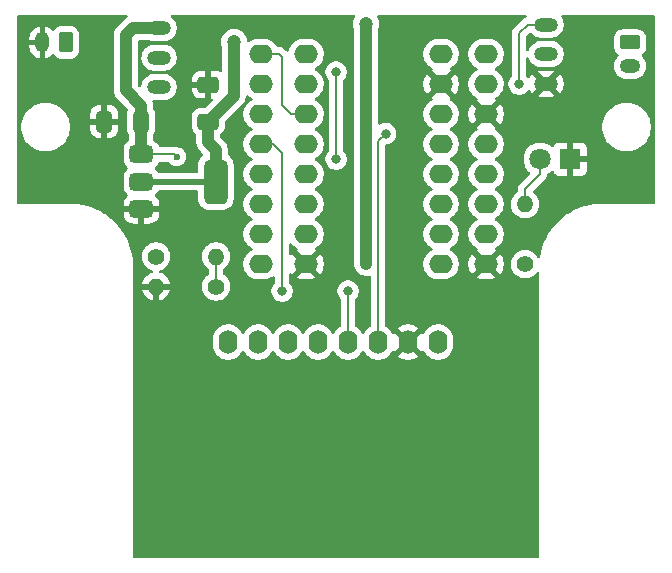
<source format=gbl>
G04 #@! TF.GenerationSoftware,KiCad,Pcbnew,9.0.0*
G04 #@! TF.CreationDate,2025-04-09T20:43:05+09:00*
G04 #@! TF.ProjectId,2_wheels_mini_Motor_inverted_Pendulum,325f7768-6565-46c7-935f-6d696e695f4d,rev?*
G04 #@! TF.SameCoordinates,Original*
G04 #@! TF.FileFunction,Copper,L2,Bot*
G04 #@! TF.FilePolarity,Positive*
%FSLAX46Y46*%
G04 Gerber Fmt 4.6, Leading zero omitted, Abs format (unit mm)*
G04 Created by KiCad (PCBNEW 9.0.0) date 2025-04-09 20:43:05*
%MOMM*%
%LPD*%
G01*
G04 APERTURE LIST*
G04 Aperture macros list*
%AMRoundRect*
0 Rectangle with rounded corners*
0 $1 Rounding radius*
0 $2 $3 $4 $5 $6 $7 $8 $9 X,Y pos of 4 corners*
0 Add a 4 corners polygon primitive as box body*
4,1,4,$2,$3,$4,$5,$6,$7,$8,$9,$2,$3,0*
0 Add four circle primitives for the rounded corners*
1,1,$1+$1,$2,$3*
1,1,$1+$1,$4,$5*
1,1,$1+$1,$6,$7*
1,1,$1+$1,$8,$9*
0 Add four rect primitives between the rounded corners*
20,1,$1+$1,$2,$3,$4,$5,0*
20,1,$1+$1,$4,$5,$6,$7,0*
20,1,$1+$1,$6,$7,$8,$9,0*
20,1,$1+$1,$8,$9,$2,$3,0*%
G04 Aperture macros list end*
G04 #@! TA.AperFunction,ComponentPad*
%ADD10O,1.600000X2.000000*%
G04 #@! TD*
G04 #@! TA.AperFunction,ComponentPad*
%ADD11C,1.400000*%
G04 #@! TD*
G04 #@! TA.AperFunction,ComponentPad*
%ADD12O,1.400000X1.400000*%
G04 #@! TD*
G04 #@! TA.AperFunction,ComponentPad*
%ADD13O,2.000000X1.200000*%
G04 #@! TD*
G04 #@! TA.AperFunction,ComponentPad*
%ADD14RoundRect,0.250000X-0.625000X0.350000X-0.625000X-0.350000X0.625000X-0.350000X0.625000X0.350000X0*%
G04 #@! TD*
G04 #@! TA.AperFunction,ComponentPad*
%ADD15O,1.750000X1.200000*%
G04 #@! TD*
G04 #@! TA.AperFunction,ComponentPad*
%ADD16O,2.000000X1.600000*%
G04 #@! TD*
G04 #@! TA.AperFunction,ComponentPad*
%ADD17R,1.800000X1.800000*%
G04 #@! TD*
G04 #@! TA.AperFunction,ComponentPad*
%ADD18C,1.800000*%
G04 #@! TD*
G04 #@! TA.AperFunction,ComponentPad*
%ADD19RoundRect,0.250000X0.350000X0.625000X-0.350000X0.625000X-0.350000X-0.625000X0.350000X-0.625000X0*%
G04 #@! TD*
G04 #@! TA.AperFunction,ComponentPad*
%ADD20O,1.200000X1.750000*%
G04 #@! TD*
G04 #@! TA.AperFunction,SMDPad,CuDef*
%ADD21RoundRect,0.250000X0.650000X-0.412500X0.650000X0.412500X-0.650000X0.412500X-0.650000X-0.412500X0*%
G04 #@! TD*
G04 #@! TA.AperFunction,SMDPad,CuDef*
%ADD22RoundRect,0.375000X-0.625000X-0.375000X0.625000X-0.375000X0.625000X0.375000X-0.625000X0.375000X0*%
G04 #@! TD*
G04 #@! TA.AperFunction,SMDPad,CuDef*
%ADD23RoundRect,0.500000X-0.500000X-1.400000X0.500000X-1.400000X0.500000X1.400000X-0.500000X1.400000X0*%
G04 #@! TD*
G04 #@! TA.AperFunction,SMDPad,CuDef*
%ADD24RoundRect,0.250000X0.412500X0.650000X-0.412500X0.650000X-0.412500X-0.650000X0.412500X-0.650000X0*%
G04 #@! TD*
G04 #@! TA.AperFunction,ViaPad*
%ADD25C,0.800000*%
G04 #@! TD*
G04 #@! TA.AperFunction,ViaPad*
%ADD26C,1.200000*%
G04 #@! TD*
G04 #@! TA.AperFunction,ViaPad*
%ADD27C,0.900000*%
G04 #@! TD*
G04 #@! TA.AperFunction,ViaPad*
%ADD28C,0.600000*%
G04 #@! TD*
G04 #@! TA.AperFunction,Conductor*
%ADD29C,1.000000*%
G04 #@! TD*
G04 #@! TA.AperFunction,Conductor*
%ADD30C,0.500000*%
G04 #@! TD*
G04 #@! TA.AperFunction,Conductor*
%ADD31C,0.200000*%
G04 #@! TD*
G04 APERTURE END LIST*
D10*
G04 #@! TO.P,IC4,1,VCC*
G04 #@! TO.N,+3.3V*
X148636000Y-111204000D03*
G04 #@! TO.P,IC4,2,GND*
G04 #@! TO.N,GND*
X146096000Y-111204000D03*
G04 #@! TO.P,IC4,3,SCL*
G04 #@! TO.N,Net-(IC4-SCL)*
X143556000Y-111204000D03*
G04 #@! TO.P,IC4,4,SDA*
G04 #@! TO.N,Net-(IC2-GPIO8)*
X141016000Y-111204000D03*
G04 #@! TO.P,IC4,5,XDA*
G04 #@! TO.N,unconnected-(IC4-XDA-Pad5)*
X138476000Y-111204000D03*
G04 #@! TO.P,IC4,6,XCL*
G04 #@! TO.N,unconnected-(IC4-XCL-Pad6)*
X135936000Y-111204000D03*
G04 #@! TO.P,IC4,7,ADO*
G04 #@! TO.N,unconnected-(IC4-ADO-Pad7)*
X133396000Y-111204000D03*
G04 #@! TO.P,IC4,8,INT*
G04 #@! TO.N,unconnected-(IC4-INT-Pad8)*
X130856000Y-111204000D03*
G04 #@! TD*
D11*
G04 #@! TO.P,R1,1*
G04 #@! TO.N,Net-(IC1-VI)*
X124760000Y-103965000D03*
D12*
G04 #@! TO.P,R1,2*
G04 #@! TO.N,Net-(IC2-GPIO0)*
X129840000Y-103965000D03*
G04 #@! TD*
D13*
G04 #@! TO.P,SW2,1,A*
G04 #@! TO.N,Net-(IC4-SCL)*
X157780000Y-84320000D03*
G04 #@! TO.P,SW2,2,B*
G04 #@! TO.N,Net-(IC2-GPIO9)*
X157780000Y-86820000D03*
G04 #@! TO.P,SW2,3,C*
G04 #@! TO.N,GND*
X157780000Y-89320000D03*
G04 #@! TD*
G04 #@! TO.P,SW1,1,A*
G04 #@! TO.N,unconnected-(SW1-A-Pad1)*
X125014000Y-89614000D03*
G04 #@! TO.P,SW1,2,B*
G04 #@! TO.N,Net-(CN1-Pin_1)*
X125014000Y-87114000D03*
G04 #@! TO.P,SW1,3,C*
G04 #@! TO.N,Net-(IC1-VI)*
X125014000Y-84614000D03*
G04 #@! TD*
D14*
G04 #@! TO.P,CN2,1,Pin_1*
G04 #@! TO.N,Net-(CN2-Pin_1)*
X164892000Y-85836000D03*
D15*
G04 #@! TO.P,CN2,2,Pin_2*
G04 #@! TO.N,Net-(CN2-Pin_2)*
X164892000Y-87836000D03*
G04 #@! TD*
D11*
G04 #@! TO.P,R2,1*
G04 #@! TO.N,Net-(IC2-GPIO0)*
X129840000Y-106505000D03*
D12*
G04 #@! TO.P,R2,2*
G04 #@! TO.N,GND*
X124760000Y-106505000D03*
G04 #@! TD*
D11*
G04 #@! TO.P,R3,1*
G04 #@! TO.N,Net-(IC2-GPIO1)*
X156002000Y-104600000D03*
D12*
G04 #@! TO.P,R3,2*
G04 #@! TO.N,Net-(D1-A)*
X156002000Y-99520000D03*
G04 #@! TD*
D16*
G04 #@! TO.P,IC2,1,GPIO5*
G04 #@! TO.N,Net-(IC2-GPIO5)*
X133650000Y-86820000D03*
G04 #@! TO.P,IC2,2,GPIO6*
G04 #@! TO.N,Net-(IC2-GPIO6)*
X133650000Y-89360000D03*
G04 #@! TO.P,IC2,3,GPIO7*
G04 #@! TO.N,Net-(IC2-GPIO7)*
X133650000Y-91900000D03*
G04 #@! TO.P,IC2,4,GPIO8*
G04 #@! TO.N,Net-(IC2-GPIO8)*
X133650000Y-94440000D03*
G04 #@! TO.P,IC2,5,GPIO9*
G04 #@! TO.N,Net-(IC2-GPIO9)*
X133650000Y-96980000D03*
G04 #@! TO.P,IC2,6,GPIO10*
G04 #@! TO.N,unconnected-(IC2-GPIO10-Pad6)*
X133650000Y-99520000D03*
G04 #@! TO.P,IC2,7,GPIO20*
G04 #@! TO.N,unconnected-(IC2-GPIO20-Pad7)*
X133650000Y-102060000D03*
G04 #@! TO.P,IC2,8,GPIO21*
G04 #@! TO.N,unconnected-(IC2-GPIO21-Pad8)*
X133650000Y-104600000D03*
G04 #@! TO.P,IC2,9,GPIO0*
G04 #@! TO.N,Net-(IC2-GPIO0)*
X148890000Y-104600000D03*
G04 #@! TO.P,IC2,10,GPIO1*
G04 #@! TO.N,Net-(IC2-GPIO1)*
X148890000Y-102060000D03*
G04 #@! TO.P,IC2,11,GPIO2*
G04 #@! TO.N,unconnected-(IC2-GPIO2-Pad11)*
X148890000Y-99520000D03*
G04 #@! TO.P,IC2,12,GPIO3*
G04 #@! TO.N,unconnected-(IC2-GPIO3-Pad12)*
X148890000Y-96980000D03*
G04 #@! TO.P,IC2,13,GPIO4*
G04 #@! TO.N,unconnected-(IC2-GPIO4-Pad13)*
X148890000Y-94440000D03*
G04 #@! TO.P,IC2,14,3.3V*
G04 #@! TO.N,+3.3V*
X148890000Y-91900000D03*
G04 #@! TO.P,IC2,15,GND*
G04 #@! TO.N,GND*
X148890000Y-89360000D03*
G04 #@! TO.P,IC2,16,5V*
G04 #@! TO.N,unconnected-(IC2-5V-Pad16)*
X148890000Y-86820000D03*
G04 #@! TD*
D17*
G04 #@! TO.P,D1,1,K*
G04 #@! TO.N,GND*
X159812000Y-95710000D03*
D18*
G04 #@! TO.P,D1,2,A*
G04 #@! TO.N,Net-(D1-A)*
X157272000Y-95710000D03*
G04 #@! TD*
D19*
G04 #@! TO.P,CN1,1,Pin_1*
G04 #@! TO.N,Net-(CN1-Pin_1)*
X117140000Y-85836000D03*
D20*
G04 #@! TO.P,CN1,2,Pin_2*
G04 #@! TO.N,GND*
X115140000Y-85836000D03*
G04 #@! TD*
D16*
G04 #@! TO.P,IC3,1,VM*
G04 #@! TO.N,+3.3V*
X152700000Y-86820000D03*
G04 #@! TO.P,IC3,2,NC*
G04 #@! TO.N,unconnected-(IC3-NC-Pad2)*
X152700000Y-89360000D03*
G04 #@! TO.P,IC3,3,GND*
G04 #@! TO.N,GND*
X152700000Y-91900000D03*
G04 #@! TO.P,IC3,4,AO1*
G04 #@! TO.N,Net-(CN2-Pin_1)*
X152700000Y-94440000D03*
G04 #@! TO.P,IC3,5,AO2*
G04 #@! TO.N,Net-(CN2-Pin_2)*
X152700000Y-96980000D03*
G04 #@! TO.P,IC3,6,BO2*
G04 #@! TO.N,unconnected-(IC3-BO2-Pad6)*
X152700000Y-99520000D03*
G04 #@! TO.P,IC3,7,BO1*
G04 #@! TO.N,unconnected-(IC3-BO1-Pad7)*
X152700000Y-102060000D03*
G04 #@! TO.P,IC3,8,GND*
G04 #@! TO.N,GND*
X152700000Y-104600000D03*
G04 #@! TO.P,IC3,9,GND*
X137460000Y-104600000D03*
G04 #@! TO.P,IC3,10,NC*
G04 #@! TO.N,unconnected-(IC3-NC-Pad10)*
X137460000Y-102060000D03*
G04 #@! TO.P,IC3,11,BIN2*
G04 #@! TO.N,unconnected-(IC3-BIN2-Pad11)*
X137460000Y-99520000D03*
G04 #@! TO.P,IC3,12,BIN1*
G04 #@! TO.N,unconnected-(IC3-BIN1-Pad12)*
X137460000Y-96980000D03*
G04 #@! TO.P,IC3,13,STBY*
G04 #@! TO.N,Net-(IC2-GPIO7)*
X137460000Y-94440000D03*
G04 #@! TO.P,IC3,14,AIN1*
G04 #@! TO.N,Net-(IC2-GPIO5)*
X137460000Y-91900000D03*
G04 #@! TO.P,IC3,15,AIN2*
G04 #@! TO.N,Net-(IC2-GPIO6)*
X137460000Y-89360000D03*
G04 #@! TO.P,IC3,16,NC*
G04 #@! TO.N,unconnected-(IC3-NC-Pad16)*
X137460000Y-86820000D03*
G04 #@! TD*
D21*
G04 #@! TO.P,C3,1*
G04 #@! TO.N,+3.3V*
X129179600Y-92535000D03*
G04 #@! TO.P,C3,2*
G04 #@! TO.N,GND*
X129179600Y-89410000D03*
G04 #@! TD*
D22*
G04 #@! TO.P,IC1,1,GND*
G04 #@! TO.N,GND*
X123515000Y-99915000D03*
G04 #@! TO.P,IC1,2,VO*
G04 #@! TO.N,+3.3V*
X123515000Y-97615000D03*
D23*
X129815000Y-97615000D03*
D22*
G04 #@! TO.P,IC1,3,VI*
G04 #@! TO.N,Net-(IC1-VI)*
X123515000Y-95315000D03*
G04 #@! TD*
D24*
G04 #@! TO.P,C1,1*
G04 #@! TO.N,Net-(IC1-VI)*
X123490000Y-92535000D03*
G04 #@! TO.P,C1,2*
G04 #@! TO.N,GND*
X120365000Y-92535000D03*
G04 #@! TD*
D25*
G04 #@! TO.N,GND*
X145080000Y-121110000D03*
X151430000Y-126190000D03*
X140000000Y-86820000D03*
X145080000Y-126190000D03*
X160574000Y-84280000D03*
X140000000Y-100790000D03*
X162860000Y-96980000D03*
X126030000Y-126190000D03*
X132380000Y-116030000D03*
X126284000Y-110188000D03*
X165400000Y-96980000D03*
X138730000Y-121110000D03*
X145842000Y-95964000D03*
X145080000Y-116284000D03*
X151684000Y-109934000D03*
X145842000Y-100790000D03*
X145588000Y-86820000D03*
X161082000Y-92408000D03*
X119172000Y-90122000D03*
X138730000Y-126190000D03*
X132380000Y-126190000D03*
X126030000Y-116030000D03*
X128062000Y-85804000D03*
X138730000Y-116030000D03*
X151430000Y-116030000D03*
X118918000Y-97742000D03*
X126030000Y-121110000D03*
X114854000Y-97742000D03*
X151430000Y-121110000D03*
X132380000Y-121110000D03*
D26*
G04 #@! TO.N,+3.3V*
X142540000Y-84280000D03*
D27*
X142540000Y-91900000D03*
D26*
X131364000Y-85804000D03*
D25*
X142540000Y-104600000D03*
D28*
G04 #@! TO.N,Net-(IC1-VI)*
X126500000Y-95500000D03*
D25*
G04 #@! TO.N,Net-(IC2-GPIO8)*
X141016000Y-106886000D03*
X135428000Y-106886000D03*
G04 #@! TO.N,Net-(IC2-GPIO9)*
X140000000Y-88344000D03*
X140000000Y-95710000D03*
G04 #@! TO.N,Net-(IC4-SCL)*
X155494000Y-89360000D03*
X144191000Y-93551000D03*
G04 #@! TD*
D29*
G04 #@! TO.N,+3.3V*
X129179600Y-92535000D02*
X131364000Y-90350600D01*
X142540000Y-89360000D02*
X142540000Y-90376000D01*
X129179600Y-94287600D02*
X129179600Y-92535000D01*
X142540000Y-90376000D02*
X142540000Y-91138000D01*
X142540000Y-91900000D02*
X142540000Y-92662000D01*
X131364000Y-90350600D02*
X131364000Y-85804000D01*
X129815000Y-97615000D02*
X129815000Y-94973000D01*
D30*
X123515000Y-97615000D02*
X129815000Y-97615000D01*
D29*
X129815000Y-94973000D02*
X129840000Y-94948000D01*
X142540000Y-91646000D02*
X142540000Y-91900000D01*
X142540000Y-84280000D02*
X142540000Y-89360000D01*
X142540000Y-91138000D02*
X142540000Y-91646000D01*
X142540000Y-92662000D02*
X142540000Y-104600000D01*
X129840000Y-94948000D02*
X129179600Y-94287600D01*
D30*
X142540000Y-91138000D02*
X142593000Y-91085000D01*
D31*
G04 #@! TO.N,Net-(D1-A)*
X157272000Y-96980000D02*
X156002000Y-98250000D01*
X157272000Y-95710000D02*
X157272000Y-96980000D01*
X156002000Y-98250000D02*
X156002000Y-99520000D01*
D29*
G04 #@! TO.N,Net-(IC1-VI)*
X123500000Y-91200000D02*
X122200000Y-89900000D01*
X123490000Y-92535000D02*
X123490000Y-95290000D01*
X123490000Y-92535000D02*
X123490000Y-91210000D01*
D31*
X126315000Y-95315000D02*
X123515000Y-95315000D01*
D29*
X123490000Y-95290000D02*
X123515000Y-95315000D01*
D31*
X126500000Y-95500000D02*
X126315000Y-95315000D01*
D29*
X122814000Y-84614000D02*
X125014000Y-84614000D01*
X123490000Y-91210000D02*
X123500000Y-91200000D01*
X122200000Y-89900000D02*
X122200000Y-85200000D01*
X122200000Y-85200000D02*
X122800000Y-84600000D01*
X122800000Y-84600000D02*
X122814000Y-84614000D01*
D31*
G04 #@! TO.N,Net-(IC2-GPIO8)*
X135428000Y-95202000D02*
X135428000Y-106886000D01*
X134666000Y-94440000D02*
X135428000Y-95202000D01*
X133650000Y-94440000D02*
X134666000Y-94440000D01*
X141016000Y-106886000D02*
X141016000Y-111204000D01*
G04 #@! TO.N,Net-(IC2-GPIO5)*
X136190000Y-91900000D02*
X137460000Y-91900000D01*
X135174000Y-86820000D02*
X135428000Y-87074000D01*
X135428000Y-91138000D02*
X136190000Y-91900000D01*
X133650000Y-86820000D02*
X135174000Y-86820000D01*
X135428000Y-87074000D02*
X135428000Y-91138000D01*
G04 #@! TO.N,Net-(IC2-GPIO0)*
X129840000Y-103965000D02*
X129840000Y-106505000D01*
G04 #@! TO.N,Net-(IC2-GPIO9)*
X140000000Y-95710000D02*
X140000000Y-88344000D01*
G04 #@! TO.N,Net-(IC4-SCL)*
X155494000Y-89360000D02*
X155494000Y-85042000D01*
X143556000Y-94186000D02*
X143556000Y-111204000D01*
X156216000Y-84320000D02*
X157780000Y-84320000D01*
X143556000Y-94186000D02*
X144191000Y-93551000D01*
X155494000Y-85042000D02*
X156216000Y-84320000D01*
G04 #@! TD*
G04 #@! TA.AperFunction,Conductor*
G04 #@! TO.N,GND*
G36*
X122302932Y-83520185D02*
G01*
X122348687Y-83572989D01*
X122358631Y-83642147D01*
X122329606Y-83705703D01*
X122304784Y-83727602D01*
X122162218Y-83822860D01*
X122162215Y-83822863D01*
X121793527Y-84191552D01*
X121562221Y-84422858D01*
X121562218Y-84422861D01*
X121524579Y-84460500D01*
X121422859Y-84562219D01*
X121313371Y-84726079D01*
X121313364Y-84726092D01*
X121265376Y-84841949D01*
X121238919Y-84905823D01*
X121238915Y-84905834D01*
X121237948Y-84908165D01*
X121199500Y-85101456D01*
X121199500Y-89998543D01*
X121215401Y-90078479D01*
X121216532Y-90084165D01*
X121237949Y-90191836D01*
X121257050Y-90237949D01*
X121260142Y-90245414D01*
X121260143Y-90245417D01*
X121313366Y-90373910D01*
X121313371Y-90373919D01*
X121339516Y-90413047D01*
X121422861Y-90537782D01*
X121562218Y-90677139D01*
X121562220Y-90677140D01*
X121569286Y-90684206D01*
X121569285Y-90684206D01*
X121569289Y-90684209D01*
X122353053Y-91467974D01*
X122386538Y-91529297D01*
X122383078Y-91594658D01*
X122337501Y-91732200D01*
X122337500Y-91732204D01*
X122327000Y-91834983D01*
X122327000Y-93235001D01*
X122327001Y-93235018D01*
X122337500Y-93337796D01*
X122337501Y-93337799D01*
X122378759Y-93462306D01*
X122392686Y-93504334D01*
X122471039Y-93631366D01*
X122489500Y-93696461D01*
X122489500Y-94084456D01*
X122469815Y-94151495D01*
X122420596Y-94195544D01*
X122415703Y-94197970D01*
X122267278Y-94317277D01*
X122267277Y-94317278D01*
X122147969Y-94465704D01*
X122147967Y-94465707D01*
X122063360Y-94636302D01*
X122017400Y-94821107D01*
X122014500Y-94863879D01*
X122014500Y-95766122D01*
X122014501Y-95766125D01*
X122017399Y-95808886D01*
X122017399Y-95808887D01*
X122034880Y-95879179D01*
X122061861Y-95987671D01*
X122063360Y-95993696D01*
X122147967Y-96164292D01*
X122147969Y-96164295D01*
X122267277Y-96312721D01*
X122267278Y-96312722D01*
X122336486Y-96368353D01*
X122376405Y-96425696D01*
X122378985Y-96495518D01*
X122343406Y-96555651D01*
X122336486Y-96561647D01*
X122267278Y-96617277D01*
X122267277Y-96617278D01*
X122147969Y-96765704D01*
X122147967Y-96765707D01*
X122063360Y-96936302D01*
X122017400Y-97121107D01*
X122014500Y-97163879D01*
X122014500Y-98066122D01*
X122014501Y-98066125D01*
X122017399Y-98108886D01*
X122017399Y-98108887D01*
X122063360Y-98293696D01*
X122147967Y-98464292D01*
X122147969Y-98464295D01*
X122267277Y-98612721D01*
X122267278Y-98612722D01*
X122336884Y-98668673D01*
X122376803Y-98726016D01*
X122379383Y-98795838D01*
X122343804Y-98855971D01*
X122336885Y-98861967D01*
X122267631Y-98917635D01*
X122148392Y-99065974D01*
X122148390Y-99065977D01*
X122063831Y-99236476D01*
X122017897Y-99421175D01*
X122015000Y-99463903D01*
X122015000Y-99665000D01*
X125015000Y-99665000D01*
X125015000Y-99463903D01*
X125012102Y-99421175D01*
X124966168Y-99236476D01*
X124881609Y-99065977D01*
X124881607Y-99065974D01*
X124762367Y-98917633D01*
X124762366Y-98917632D01*
X124693115Y-98861967D01*
X124653196Y-98804624D01*
X124650616Y-98734802D01*
X124686194Y-98674669D01*
X124693089Y-98668694D01*
X124762722Y-98612722D01*
X124882030Y-98464296D01*
X124896854Y-98434406D01*
X124944275Y-98383093D01*
X125007942Y-98365500D01*
X128190501Y-98365500D01*
X128257540Y-98385185D01*
X128303295Y-98437989D01*
X128314501Y-98489500D01*
X128314501Y-99073034D01*
X128325113Y-99192415D01*
X128381089Y-99388045D01*
X128381090Y-99388048D01*
X128381091Y-99388049D01*
X128475302Y-99568407D01*
X128475304Y-99568409D01*
X128603890Y-99726109D01*
X128695882Y-99801118D01*
X128761593Y-99854698D01*
X128941951Y-99948909D01*
X129137582Y-100004886D01*
X129256963Y-100015500D01*
X130373036Y-100015499D01*
X130492418Y-100004886D01*
X130688049Y-99948909D01*
X130868407Y-99854698D01*
X131026109Y-99726109D01*
X131154698Y-99568407D01*
X131248909Y-99388049D01*
X131304886Y-99192418D01*
X131315500Y-99073037D01*
X131315499Y-96156964D01*
X131304886Y-96037582D01*
X131248909Y-95841951D01*
X131154698Y-95661593D01*
X131087225Y-95578844D01*
X131026109Y-95503890D01*
X130893087Y-95395426D01*
X130868407Y-95375302D01*
X130868406Y-95375301D01*
X130863533Y-95371328D01*
X130864469Y-95370179D01*
X130858297Y-95367361D01*
X130843635Y-95344546D01*
X130826117Y-95323850D01*
X130824048Y-95314068D01*
X130820523Y-95308583D01*
X130815500Y-95273648D01*
X130815500Y-95184436D01*
X130817883Y-95160244D01*
X130840500Y-95046541D01*
X130840500Y-94849460D01*
X130802052Y-94656165D01*
X130726632Y-94474086D01*
X130726631Y-94474085D01*
X130726628Y-94474079D01*
X130617140Y-94310219D01*
X130617137Y-94310215D01*
X130216419Y-93909497D01*
X130201715Y-93882569D01*
X130185123Y-93856751D01*
X130184231Y-93850550D01*
X130182934Y-93848174D01*
X130180100Y-93821816D01*
X130180100Y-93682297D01*
X130199785Y-93615258D01*
X130239003Y-93576758D01*
X130298256Y-93540212D01*
X130422312Y-93416156D01*
X130514414Y-93266834D01*
X130569599Y-93100297D01*
X130580100Y-92997509D01*
X130580099Y-92600780D01*
X130599783Y-92533742D01*
X130616413Y-92513105D01*
X132001778Y-91127741D01*
X132001782Y-91127739D01*
X132141139Y-90988382D01*
X132250632Y-90824514D01*
X132307425Y-90687402D01*
X132326051Y-90642436D01*
X132358383Y-90479894D01*
X132364500Y-90449141D01*
X132364500Y-90413047D01*
X132384185Y-90346008D01*
X132436989Y-90300253D01*
X132506147Y-90290309D01*
X132569703Y-90319334D01*
X132576181Y-90325366D01*
X132602786Y-90351971D01*
X132736532Y-90449141D01*
X132768390Y-90472287D01*
X132849059Y-90513390D01*
X132861080Y-90519515D01*
X132911876Y-90567490D01*
X132928671Y-90635311D01*
X132906134Y-90701446D01*
X132861080Y-90740485D01*
X132768386Y-90787715D01*
X132602786Y-90908028D01*
X132458028Y-91052786D01*
X132337715Y-91218386D01*
X132244781Y-91400776D01*
X132181522Y-91595465D01*
X132149500Y-91797648D01*
X132149500Y-92002351D01*
X132181522Y-92204534D01*
X132244781Y-92399223D01*
X132295665Y-92499086D01*
X132321311Y-92549420D01*
X132337715Y-92581613D01*
X132458028Y-92747213D01*
X132602786Y-92891971D01*
X132719773Y-92976965D01*
X132768390Y-93012287D01*
X132849059Y-93053390D01*
X132861080Y-93059515D01*
X132911876Y-93107490D01*
X132928671Y-93175311D01*
X132906134Y-93241446D01*
X132861080Y-93280485D01*
X132768386Y-93327715D01*
X132602786Y-93448028D01*
X132458028Y-93592786D01*
X132337715Y-93758386D01*
X132244781Y-93940776D01*
X132181522Y-94135465D01*
X132152726Y-94317278D01*
X132149500Y-94337648D01*
X132149500Y-94542352D01*
X132149913Y-94544957D01*
X132181522Y-94744534D01*
X132244781Y-94939223D01*
X132302590Y-95052677D01*
X132337314Y-95120827D01*
X132337715Y-95121613D01*
X132458028Y-95287213D01*
X132602786Y-95431971D01*
X132727814Y-95522807D01*
X132768390Y-95552287D01*
X132824103Y-95580674D01*
X132861080Y-95599515D01*
X132911876Y-95647490D01*
X132928671Y-95715311D01*
X132906134Y-95781446D01*
X132861080Y-95820485D01*
X132768386Y-95867715D01*
X132602786Y-95988028D01*
X132458028Y-96132786D01*
X132337715Y-96298386D01*
X132244781Y-96480776D01*
X132181522Y-96675465D01*
X132149500Y-96877648D01*
X132149500Y-97082351D01*
X132181522Y-97284534D01*
X132244781Y-97479223D01*
X132337715Y-97661613D01*
X132458028Y-97827213D01*
X132602786Y-97971971D01*
X132757749Y-98084556D01*
X132768390Y-98092287D01*
X132824105Y-98120675D01*
X132861080Y-98139515D01*
X132911876Y-98187490D01*
X132928671Y-98255311D01*
X132906134Y-98321446D01*
X132861080Y-98360485D01*
X132768386Y-98407715D01*
X132602786Y-98528028D01*
X132458028Y-98672786D01*
X132337715Y-98838386D01*
X132244781Y-99020776D01*
X132181522Y-99215465D01*
X132149500Y-99417648D01*
X132149500Y-99622351D01*
X132181522Y-99824534D01*
X132244781Y-100019223D01*
X132337715Y-100201613D01*
X132458028Y-100367213D01*
X132602786Y-100511971D01*
X132757749Y-100624556D01*
X132768390Y-100632287D01*
X132824105Y-100660675D01*
X132861080Y-100679515D01*
X132911876Y-100727490D01*
X132928671Y-100795311D01*
X132906134Y-100861446D01*
X132861080Y-100900485D01*
X132768386Y-100947715D01*
X132602786Y-101068028D01*
X132458028Y-101212786D01*
X132337715Y-101378386D01*
X132244781Y-101560776D01*
X132181522Y-101755465D01*
X132149500Y-101957648D01*
X132149500Y-102162351D01*
X132181522Y-102364534D01*
X132244781Y-102559223D01*
X132337715Y-102741613D01*
X132458028Y-102907213D01*
X132602786Y-103051971D01*
X132757749Y-103164556D01*
X132768390Y-103172287D01*
X132824105Y-103200675D01*
X132861080Y-103219515D01*
X132911876Y-103267490D01*
X132928671Y-103335311D01*
X132906134Y-103401446D01*
X132861080Y-103440485D01*
X132768386Y-103487715D01*
X132602786Y-103608028D01*
X132458028Y-103752786D01*
X132337715Y-103918386D01*
X132244781Y-104100776D01*
X132181522Y-104295465D01*
X132149500Y-104497648D01*
X132149500Y-104702351D01*
X132181522Y-104904534D01*
X132244781Y-105099223D01*
X132286220Y-105180550D01*
X132323796Y-105254297D01*
X132337715Y-105281613D01*
X132458028Y-105447213D01*
X132602786Y-105591971D01*
X132735714Y-105688547D01*
X132768390Y-105712287D01*
X132883503Y-105770940D01*
X132950776Y-105805218D01*
X132950778Y-105805218D01*
X132950781Y-105805220D01*
X133055137Y-105839127D01*
X133145465Y-105868477D01*
X133191707Y-105875801D01*
X133347648Y-105900500D01*
X133347649Y-105900500D01*
X133952351Y-105900500D01*
X133952352Y-105900500D01*
X134154534Y-105868477D01*
X134349219Y-105805220D01*
X134531610Y-105712287D01*
X134583129Y-105674856D01*
X134630615Y-105640357D01*
X134696421Y-105616877D01*
X134764475Y-105632703D01*
X134813170Y-105682809D01*
X134827500Y-105740675D01*
X134827500Y-106161638D01*
X134807815Y-106228677D01*
X134791181Y-106249319D01*
X134728538Y-106311961D01*
X134728535Y-106311965D01*
X134629990Y-106459446D01*
X134629983Y-106459459D01*
X134562106Y-106623332D01*
X134562103Y-106623341D01*
X134527500Y-106797304D01*
X134527500Y-106974695D01*
X134562103Y-107148658D01*
X134562106Y-107148667D01*
X134629983Y-107312540D01*
X134629990Y-107312553D01*
X134728535Y-107460034D01*
X134728538Y-107460038D01*
X134853961Y-107585461D01*
X134853965Y-107585464D01*
X135001446Y-107684009D01*
X135001459Y-107684016D01*
X135124363Y-107734923D01*
X135165334Y-107751894D01*
X135165336Y-107751894D01*
X135165341Y-107751896D01*
X135339304Y-107786499D01*
X135339307Y-107786500D01*
X135339309Y-107786500D01*
X135516693Y-107786500D01*
X135516694Y-107786499D01*
X135574682Y-107774964D01*
X135690658Y-107751896D01*
X135690661Y-107751894D01*
X135690666Y-107751894D01*
X135854547Y-107684013D01*
X136002035Y-107585464D01*
X136127464Y-107460035D01*
X136226013Y-107312547D01*
X136293894Y-107148666D01*
X136296824Y-107133940D01*
X136328499Y-106974695D01*
X136328500Y-106974693D01*
X136328500Y-106797306D01*
X136328499Y-106797304D01*
X136293896Y-106623341D01*
X136293893Y-106623332D01*
X136226016Y-106459459D01*
X136226009Y-106459446D01*
X136127464Y-106311965D01*
X136127461Y-106311961D01*
X136064819Y-106249319D01*
X136031334Y-106187996D01*
X136028500Y-106161638D01*
X136028500Y-105498312D01*
X136048185Y-105431273D01*
X136100989Y-105385518D01*
X136170147Y-105375574D01*
X136233703Y-105404599D01*
X136252818Y-105425427D01*
X136264685Y-105441760D01*
X136264686Y-105441761D01*
X136936212Y-104770235D01*
X136947482Y-104812292D01*
X137019890Y-104937708D01*
X137122292Y-105040110D01*
X137247708Y-105112518D01*
X137289764Y-105123787D01*
X136660159Y-105753391D01*
X136760965Y-105804753D01*
X136760972Y-105804756D01*
X136955582Y-105867990D01*
X137157683Y-105900000D01*
X137762317Y-105900000D01*
X137964417Y-105867990D01*
X138159031Y-105804755D01*
X138259838Y-105753390D01*
X137630235Y-105123787D01*
X137672292Y-105112518D01*
X137797708Y-105040110D01*
X137900110Y-104937708D01*
X137972518Y-104812292D01*
X137983787Y-104770236D01*
X138655312Y-105441761D01*
X138655312Y-105441760D01*
X138771859Y-105281349D01*
X138864755Y-105099031D01*
X138927990Y-104904417D01*
X138960000Y-104702317D01*
X138960000Y-104497682D01*
X138927990Y-104295582D01*
X138864755Y-104100968D01*
X138771859Y-103918650D01*
X138655312Y-103758238D01*
X138655312Y-103758237D01*
X137983786Y-104429763D01*
X137972518Y-104387708D01*
X137900110Y-104262292D01*
X137797708Y-104159890D01*
X137672292Y-104087482D01*
X137630235Y-104076212D01*
X138259839Y-103446608D01*
X138248371Y-103440765D01*
X138197575Y-103392792D01*
X138180779Y-103324971D01*
X138203316Y-103258836D01*
X138248370Y-103219795D01*
X138248920Y-103219515D01*
X138341610Y-103172287D01*
X138472932Y-103076877D01*
X138507213Y-103051971D01*
X138507215Y-103051968D01*
X138507219Y-103051966D01*
X138651966Y-102907219D01*
X138651968Y-102907215D01*
X138651971Y-102907213D01*
X138734181Y-102794059D01*
X138772287Y-102741610D01*
X138865220Y-102559219D01*
X138928477Y-102364534D01*
X138960500Y-102162352D01*
X138960500Y-101957648D01*
X138928477Y-101755466D01*
X138865220Y-101560781D01*
X138865218Y-101560778D01*
X138865218Y-101560776D01*
X138831503Y-101494607D01*
X138772287Y-101378390D01*
X138764556Y-101367749D01*
X138651971Y-101212786D01*
X138507213Y-101068028D01*
X138341614Y-100947715D01*
X138335006Y-100944348D01*
X138248917Y-100900483D01*
X138198123Y-100852511D01*
X138181328Y-100784690D01*
X138203865Y-100718555D01*
X138248917Y-100679516D01*
X138341610Y-100632287D01*
X138459329Y-100546760D01*
X138507213Y-100511971D01*
X138507215Y-100511968D01*
X138507219Y-100511966D01*
X138651966Y-100367219D01*
X138651968Y-100367215D01*
X138651971Y-100367213D01*
X138756969Y-100222693D01*
X138772287Y-100201610D01*
X138865220Y-100019219D01*
X138928477Y-99824534D01*
X138960500Y-99622352D01*
X138960500Y-99417648D01*
X138928477Y-99215466D01*
X138920987Y-99192415D01*
X138882199Y-99073037D01*
X138865220Y-99020781D01*
X138865218Y-99020778D01*
X138865218Y-99020776D01*
X138812663Y-98917632D01*
X138772287Y-98838390D01*
X138747755Y-98804624D01*
X138651971Y-98672786D01*
X138507213Y-98528028D01*
X138341614Y-98407715D01*
X138297396Y-98385185D01*
X138248917Y-98360483D01*
X138198123Y-98312511D01*
X138181328Y-98244690D01*
X138203865Y-98178555D01*
X138248917Y-98139516D01*
X138341610Y-98092287D01*
X138440614Y-98020357D01*
X138507213Y-97971971D01*
X138507215Y-97971968D01*
X138507219Y-97971966D01*
X138651966Y-97827219D01*
X138651968Y-97827215D01*
X138651971Y-97827213D01*
X138704732Y-97754590D01*
X138772287Y-97661610D01*
X138865220Y-97479219D01*
X138928477Y-97284534D01*
X138960500Y-97082352D01*
X138960500Y-96877648D01*
X138944755Y-96778242D01*
X138928477Y-96675465D01*
X138865218Y-96480776D01*
X138807935Y-96368353D01*
X138772287Y-96298390D01*
X138735391Y-96247606D01*
X138651971Y-96132786D01*
X138507213Y-95988028D01*
X138341614Y-95867715D01*
X138291049Y-95841951D01*
X138248917Y-95820483D01*
X138198123Y-95772511D01*
X138181328Y-95704690D01*
X138203865Y-95638555D01*
X138248917Y-95599516D01*
X138341610Y-95552287D01*
X138408222Y-95503891D01*
X138507213Y-95431971D01*
X138507215Y-95431968D01*
X138507219Y-95431966D01*
X138651966Y-95287219D01*
X138651968Y-95287215D01*
X138651971Y-95287213D01*
X138704732Y-95214590D01*
X138772287Y-95121610D01*
X138865220Y-94939219D01*
X138928477Y-94744534D01*
X138960500Y-94542352D01*
X138960500Y-94337648D01*
X138957274Y-94317278D01*
X138928477Y-94135465D01*
X138890926Y-94019896D01*
X138865220Y-93940781D01*
X138865218Y-93940778D01*
X138865218Y-93940776D01*
X138828827Y-93869356D01*
X138772287Y-93758390D01*
X138764556Y-93747749D01*
X138651971Y-93592786D01*
X138507213Y-93448028D01*
X138341614Y-93327715D01*
X138296354Y-93304654D01*
X138248917Y-93280483D01*
X138198123Y-93232511D01*
X138181328Y-93164690D01*
X138203865Y-93098555D01*
X138248917Y-93059516D01*
X138341610Y-93012287D01*
X138390227Y-92976965D01*
X138507213Y-92891971D01*
X138507215Y-92891968D01*
X138507219Y-92891966D01*
X138651966Y-92747219D01*
X138651968Y-92747215D01*
X138651971Y-92747213D01*
X138722236Y-92650500D01*
X138772287Y-92581610D01*
X138865220Y-92399219D01*
X138928477Y-92204534D01*
X138960500Y-92002352D01*
X138960500Y-91797648D01*
X138936339Y-91645104D01*
X138928477Y-91595465D01*
X138870377Y-91416654D01*
X138865220Y-91400781D01*
X138865218Y-91400778D01*
X138865218Y-91400776D01*
X138831503Y-91334607D01*
X138772287Y-91218390D01*
X138727693Y-91157011D01*
X138651971Y-91052786D01*
X138507213Y-90908028D01*
X138341614Y-90787715D01*
X138321962Y-90777702D01*
X138248917Y-90740483D01*
X138198123Y-90692511D01*
X138181328Y-90624690D01*
X138203865Y-90558555D01*
X138248917Y-90519516D01*
X138341610Y-90472287D01*
X138382183Y-90442809D01*
X138507213Y-90351971D01*
X138507215Y-90351968D01*
X138507219Y-90351966D01*
X138651966Y-90207219D01*
X138651968Y-90207215D01*
X138651971Y-90207213D01*
X138759315Y-90059464D01*
X138772287Y-90041610D01*
X138865220Y-89859219D01*
X138928477Y-89664534D01*
X138960500Y-89462352D01*
X138960500Y-89257648D01*
X138943087Y-89147708D01*
X138928477Y-89055465D01*
X138891500Y-88941662D01*
X138865220Y-88860781D01*
X138865218Y-88860778D01*
X138865218Y-88860776D01*
X138827097Y-88785961D01*
X138772287Y-88678390D01*
X138756458Y-88656603D01*
X138651971Y-88512786D01*
X138507215Y-88368030D01*
X138481759Y-88349536D01*
X138481758Y-88349535D01*
X138352059Y-88255304D01*
X139099500Y-88255304D01*
X139099500Y-88432695D01*
X139134103Y-88606658D01*
X139134106Y-88606667D01*
X139201983Y-88770540D01*
X139201990Y-88770553D01*
X139300534Y-88918033D01*
X139300535Y-88918034D01*
X139300536Y-88918035D01*
X139363182Y-88980681D01*
X139396666Y-89042002D01*
X139399500Y-89068361D01*
X139399500Y-94985638D01*
X139379815Y-95052677D01*
X139363181Y-95073319D01*
X139300538Y-95135961D01*
X139300535Y-95135965D01*
X139201990Y-95283446D01*
X139201983Y-95283459D01*
X139134106Y-95447332D01*
X139134103Y-95447341D01*
X139099500Y-95621304D01*
X139099500Y-95798695D01*
X139134103Y-95972658D01*
X139134106Y-95972667D01*
X139201983Y-96136540D01*
X139201990Y-96136553D01*
X139300535Y-96284034D01*
X139300538Y-96284038D01*
X139425961Y-96409461D01*
X139425965Y-96409464D01*
X139573446Y-96508009D01*
X139573459Y-96508016D01*
X139696363Y-96558923D01*
X139737334Y-96575894D01*
X139737336Y-96575894D01*
X139737341Y-96575896D01*
X139911304Y-96610499D01*
X139911307Y-96610500D01*
X139911309Y-96610500D01*
X140088693Y-96610500D01*
X140088694Y-96610499D01*
X140146682Y-96598964D01*
X140262658Y-96575896D01*
X140262661Y-96575894D01*
X140262666Y-96575894D01*
X140426547Y-96508013D01*
X140574035Y-96409464D01*
X140699464Y-96284035D01*
X140798013Y-96136547D01*
X140799573Y-96132782D01*
X140809456Y-96108921D01*
X140865894Y-95972666D01*
X140866304Y-95970609D01*
X140891895Y-95841951D01*
X140900500Y-95798691D01*
X140900500Y-95621309D01*
X140900500Y-95621306D01*
X140900499Y-95621304D01*
X140865896Y-95447341D01*
X140865893Y-95447332D01*
X140859530Y-95431971D01*
X140833235Y-95368488D01*
X140798016Y-95283459D01*
X140798009Y-95283446D01*
X140699464Y-95135965D01*
X140699461Y-95135961D01*
X140636819Y-95073319D01*
X140603334Y-95011996D01*
X140600500Y-94985638D01*
X140600500Y-89068361D01*
X140620185Y-89001322D01*
X140636814Y-88980684D01*
X140699464Y-88918035D01*
X140798013Y-88770547D01*
X140865894Y-88606666D01*
X140866545Y-88603397D01*
X140900499Y-88432695D01*
X140900500Y-88432693D01*
X140900500Y-88255306D01*
X140900499Y-88255304D01*
X140865896Y-88081341D01*
X140865893Y-88081332D01*
X140862965Y-88074264D01*
X140815916Y-87960675D01*
X140798016Y-87917459D01*
X140798009Y-87917446D01*
X140699464Y-87769965D01*
X140699461Y-87769961D01*
X140574038Y-87644538D01*
X140574034Y-87644535D01*
X140426553Y-87545990D01*
X140426540Y-87545983D01*
X140262667Y-87478106D01*
X140262658Y-87478103D01*
X140088694Y-87443500D01*
X140088691Y-87443500D01*
X139911309Y-87443500D01*
X139911306Y-87443500D01*
X139737341Y-87478103D01*
X139737332Y-87478106D01*
X139573459Y-87545983D01*
X139573446Y-87545990D01*
X139425965Y-87644535D01*
X139425961Y-87644538D01*
X139300538Y-87769961D01*
X139300535Y-87769965D01*
X139201990Y-87917446D01*
X139201983Y-87917459D01*
X139134106Y-88081332D01*
X139134103Y-88081341D01*
X139099500Y-88255304D01*
X138352059Y-88255304D01*
X138341614Y-88247715D01*
X138316777Y-88235060D01*
X138248917Y-88200483D01*
X138198123Y-88152511D01*
X138181328Y-88084690D01*
X138203865Y-88018555D01*
X138248917Y-87979516D01*
X138341610Y-87932287D01*
X138451149Y-87852703D01*
X138507213Y-87811971D01*
X138507215Y-87811968D01*
X138507219Y-87811966D01*
X138651966Y-87667219D01*
X138651968Y-87667215D01*
X138651971Y-87667213D01*
X138716567Y-87578302D01*
X138772287Y-87501610D01*
X138865220Y-87319219D01*
X138928477Y-87124534D01*
X138960500Y-86922352D01*
X138960500Y-86717648D01*
X138941875Y-86600054D01*
X138928477Y-86515465D01*
X138871296Y-86339481D01*
X138865220Y-86320781D01*
X138865218Y-86320778D01*
X138865218Y-86320776D01*
X138831503Y-86254607D01*
X138772287Y-86138390D01*
X138740129Y-86094128D01*
X138651971Y-85972786D01*
X138507213Y-85828028D01*
X138341613Y-85707715D01*
X138341612Y-85707714D01*
X138341610Y-85707713D01*
X138270462Y-85671461D01*
X138159223Y-85614781D01*
X137964534Y-85551522D01*
X137789995Y-85523878D01*
X137762352Y-85519500D01*
X137157648Y-85519500D01*
X137133329Y-85523351D01*
X136955465Y-85551522D01*
X136760776Y-85614781D01*
X136578386Y-85707715D01*
X136412786Y-85828028D01*
X136268028Y-85972786D01*
X136147715Y-86138386D01*
X136054781Y-86320776D01*
X135991521Y-86515468D01*
X135990392Y-86520174D01*
X135986551Y-86526862D01*
X135986001Y-86534556D01*
X135969395Y-86556737D01*
X135955598Y-86580765D01*
X135948750Y-86584315D01*
X135944129Y-86590489D01*
X135918170Y-86600170D01*
X135893571Y-86612926D01*
X135885891Y-86612210D01*
X135878665Y-86614906D01*
X135851591Y-86609016D01*
X135824002Y-86606447D01*
X135816208Y-86601319D01*
X135810392Y-86600054D01*
X135782138Y-86578903D01*
X135661590Y-86458355D01*
X135661588Y-86458352D01*
X135542717Y-86339481D01*
X135542716Y-86339480D01*
X135455904Y-86289360D01*
X135455904Y-86289359D01*
X135455900Y-86289358D01*
X135405785Y-86260423D01*
X135253057Y-86219499D01*
X135094943Y-86219499D01*
X135087347Y-86219499D01*
X135087331Y-86219500D01*
X135079602Y-86219500D01*
X135012563Y-86199815D01*
X134969117Y-86151795D01*
X134962284Y-86138385D01*
X134841971Y-85972786D01*
X134697213Y-85828028D01*
X134531613Y-85707715D01*
X134531612Y-85707714D01*
X134531610Y-85707713D01*
X134460462Y-85671461D01*
X134349223Y-85614781D01*
X134154534Y-85551522D01*
X133979995Y-85523878D01*
X133952352Y-85519500D01*
X133347648Y-85519500D01*
X133323329Y-85523351D01*
X133145465Y-85551522D01*
X132950776Y-85614781D01*
X132768387Y-85707714D01*
X132658188Y-85787777D01*
X132592382Y-85811256D01*
X132524328Y-85795430D01*
X132475634Y-85745323D01*
X132462832Y-85706858D01*
X132438817Y-85555231D01*
X132437403Y-85546303D01*
X132437402Y-85546302D01*
X132437402Y-85546299D01*
X132383873Y-85381555D01*
X132305232Y-85227212D01*
X132203414Y-85087072D01*
X132080928Y-84964586D01*
X131940788Y-84862768D01*
X131786445Y-84784127D01*
X131621701Y-84730598D01*
X131621699Y-84730597D01*
X131621698Y-84730597D01*
X131490271Y-84709781D01*
X131450611Y-84703500D01*
X131277389Y-84703500D01*
X131237728Y-84709781D01*
X131106302Y-84730597D01*
X130941552Y-84784128D01*
X130787211Y-84862768D01*
X130707256Y-84920859D01*
X130647072Y-84964586D01*
X130647070Y-84964588D01*
X130647069Y-84964588D01*
X130524588Y-85087069D01*
X130524588Y-85087070D01*
X130524586Y-85087072D01*
X130480859Y-85147256D01*
X130422768Y-85227211D01*
X130344128Y-85381552D01*
X130290597Y-85546302D01*
X130263500Y-85717389D01*
X130263500Y-85890610D01*
X130287255Y-86040598D01*
X130290598Y-86061701D01*
X130304040Y-86103070D01*
X130339108Y-86211000D01*
X130344127Y-86226445D01*
X130349983Y-86237939D01*
X130363500Y-86294235D01*
X130363500Y-88223443D01*
X130343815Y-88290482D01*
X130291011Y-88336237D01*
X130221853Y-88346181D01*
X130174405Y-88328983D01*
X130148726Y-88313144D01*
X130148719Y-88313141D01*
X129982297Y-88257994D01*
X129982290Y-88257993D01*
X129879586Y-88247500D01*
X129429600Y-88247500D01*
X129429600Y-90572499D01*
X129430340Y-90573239D01*
X129494857Y-90592184D01*
X129540612Y-90644988D01*
X129550556Y-90714146D01*
X129521531Y-90777702D01*
X129515499Y-90784180D01*
X128963997Y-91335681D01*
X128902674Y-91369166D01*
X128876316Y-91372000D01*
X128479598Y-91372000D01*
X128479580Y-91372001D01*
X128376803Y-91382500D01*
X128376800Y-91382501D01*
X128210268Y-91437685D01*
X128210263Y-91437687D01*
X128060942Y-91529789D01*
X127936889Y-91653842D01*
X127844787Y-91803163D01*
X127844785Y-91803168D01*
X127834243Y-91834983D01*
X127789601Y-91969703D01*
X127789601Y-91969704D01*
X127789600Y-91969704D01*
X127779100Y-92072483D01*
X127779100Y-92997501D01*
X127779101Y-92997519D01*
X127789600Y-93100296D01*
X127789601Y-93100299D01*
X127844785Y-93266831D01*
X127844787Y-93266836D01*
X127868113Y-93304654D01*
X127936888Y-93416156D01*
X128060944Y-93540212D01*
X128120196Y-93576758D01*
X128166921Y-93628704D01*
X128179100Y-93682297D01*
X128179100Y-94386143D01*
X128191321Y-94447580D01*
X128192101Y-94451500D01*
X128217549Y-94579436D01*
X128239638Y-94632765D01*
X128242768Y-94640323D01*
X128242769Y-94640324D01*
X128292966Y-94761511D01*
X128292971Y-94761520D01*
X128402459Y-94925380D01*
X128402460Y-94925381D01*
X128402461Y-94925382D01*
X128541818Y-95064739D01*
X128541819Y-95064739D01*
X128548886Y-95071806D01*
X128548885Y-95071806D01*
X128548889Y-95071809D01*
X128714553Y-95237473D01*
X128748038Y-95298796D01*
X128743054Y-95368488D01*
X128705233Y-95421255D01*
X128603893Y-95503887D01*
X128488652Y-95645220D01*
X128475302Y-95661593D01*
X128428196Y-95751772D01*
X128381089Y-95841954D01*
X128349568Y-95952118D01*
X128332924Y-96010289D01*
X128325114Y-96037583D01*
X128325113Y-96037586D01*
X128314500Y-96156966D01*
X128314500Y-96740500D01*
X128294815Y-96807539D01*
X128242011Y-96853294D01*
X128190500Y-96864500D01*
X125007942Y-96864500D01*
X124940903Y-96844815D01*
X124896854Y-96795594D01*
X124882030Y-96765704D01*
X124762722Y-96617278D01*
X124762721Y-96617277D01*
X124693514Y-96561647D01*
X124653595Y-96504304D01*
X124651015Y-96434482D01*
X124686594Y-96374349D01*
X124693514Y-96368353D01*
X124702909Y-96360800D01*
X124762722Y-96312722D01*
X124882030Y-96164296D01*
X124895796Y-96136540D01*
X124969628Y-95987671D01*
X124971535Y-95988617D01*
X125007131Y-95940590D01*
X125072478Y-95915860D01*
X125081916Y-95915500D01*
X125748595Y-95915500D01*
X125815634Y-95935185D01*
X125851697Y-95970609D01*
X125878210Y-96010288D01*
X125878213Y-96010292D01*
X125989707Y-96121786D01*
X125989711Y-96121789D01*
X126120814Y-96209390D01*
X126120827Y-96209397D01*
X126266498Y-96269735D01*
X126266503Y-96269737D01*
X126421153Y-96300499D01*
X126421156Y-96300500D01*
X126421158Y-96300500D01*
X126578844Y-96300500D01*
X126578845Y-96300499D01*
X126733497Y-96269737D01*
X126879179Y-96209394D01*
X127010289Y-96121789D01*
X127121789Y-96010289D01*
X127209394Y-95879179D01*
X127269737Y-95733497D01*
X127300500Y-95578842D01*
X127300500Y-95421158D01*
X127300500Y-95421155D01*
X127300499Y-95421153D01*
X127291559Y-95376210D01*
X127269737Y-95266503D01*
X127267043Y-95260000D01*
X127209397Y-95120827D01*
X127209390Y-95120814D01*
X127121789Y-94989711D01*
X127121786Y-94989707D01*
X127010292Y-94878213D01*
X127010288Y-94878210D01*
X126879185Y-94790609D01*
X126879172Y-94790602D01*
X126733501Y-94730264D01*
X126733489Y-94730261D01*
X126578845Y-94699500D01*
X126578842Y-94699500D01*
X126421158Y-94699500D01*
X126421156Y-94699500D01*
X126376809Y-94708321D01*
X126357732Y-94712116D01*
X126333543Y-94714499D01*
X126235943Y-94714499D01*
X126235939Y-94714499D01*
X126228332Y-94714500D01*
X126228331Y-94714499D01*
X126228331Y-94714500D01*
X125081916Y-94714500D01*
X125014877Y-94694815D01*
X124969122Y-94642011D01*
X124967425Y-94637887D01*
X124882032Y-94465707D01*
X124882030Y-94465704D01*
X124762722Y-94317278D01*
X124762721Y-94317277D01*
X124614295Y-94197969D01*
X124559405Y-94170746D01*
X124508092Y-94123324D01*
X124490500Y-94059658D01*
X124490500Y-93696461D01*
X124508960Y-93631366D01*
X124587314Y-93504334D01*
X124642499Y-93337797D01*
X124653000Y-93235009D01*
X124652999Y-91834992D01*
X124642499Y-91732203D01*
X124587314Y-91565666D01*
X124576084Y-91547459D01*
X124508961Y-91438634D01*
X124504265Y-91422076D01*
X124495523Y-91408473D01*
X124490500Y-91373538D01*
X124490500Y-91361026D01*
X124492883Y-91336834D01*
X124493112Y-91335681D01*
X124500500Y-91298541D01*
X124500500Y-91101460D01*
X124462052Y-90908165D01*
X124452850Y-90885951D01*
X124445382Y-90816485D01*
X124476656Y-90754005D01*
X124536745Y-90718352D01*
X124567412Y-90714500D01*
X125500610Y-90714500D01*
X125500611Y-90714500D01*
X125671701Y-90687402D01*
X125836445Y-90633873D01*
X125990788Y-90555232D01*
X126130928Y-90453414D01*
X126253414Y-90330928D01*
X126355232Y-90190788D01*
X126433873Y-90036445D01*
X126487147Y-89872486D01*
X127779601Y-89872486D01*
X127790094Y-89975197D01*
X127845241Y-90141619D01*
X127845243Y-90141624D01*
X127937284Y-90290845D01*
X128061254Y-90414815D01*
X128210475Y-90506856D01*
X128210480Y-90506858D01*
X128376902Y-90562005D01*
X128376909Y-90562006D01*
X128479619Y-90572499D01*
X128929599Y-90572499D01*
X128929600Y-90572498D01*
X128929600Y-89660000D01*
X127779601Y-89660000D01*
X127779601Y-89872486D01*
X126487147Y-89872486D01*
X126487402Y-89871701D01*
X126514500Y-89700611D01*
X126514500Y-89527389D01*
X126487402Y-89356299D01*
X126433873Y-89191555D01*
X126355232Y-89037212D01*
X126290062Y-88947513D01*
X127779600Y-88947513D01*
X127779600Y-89160000D01*
X128929600Y-89160000D01*
X128929600Y-88247500D01*
X128479628Y-88247500D01*
X128479612Y-88247501D01*
X128376902Y-88257994D01*
X128210480Y-88313141D01*
X128210475Y-88313143D01*
X128061254Y-88405184D01*
X127937284Y-88529154D01*
X127845243Y-88678375D01*
X127845241Y-88678380D01*
X127790094Y-88844802D01*
X127790093Y-88844809D01*
X127779600Y-88947513D01*
X126290062Y-88947513D01*
X126253414Y-88897072D01*
X126130928Y-88774586D01*
X125990788Y-88672768D01*
X125959062Y-88656603D01*
X125836447Y-88594128D01*
X125836446Y-88594127D01*
X125836445Y-88594127D01*
X125671701Y-88540598D01*
X125671699Y-88540597D01*
X125671698Y-88540597D01*
X125535071Y-88518958D01*
X125500611Y-88513500D01*
X124527389Y-88513500D01*
X124492929Y-88518958D01*
X124356302Y-88540597D01*
X124191552Y-88594128D01*
X124037211Y-88672768D01*
X123973099Y-88719349D01*
X123897072Y-88774586D01*
X123897070Y-88774588D01*
X123897069Y-88774588D01*
X123774588Y-88897069D01*
X123774588Y-88897070D01*
X123774586Y-88897072D01*
X123738123Y-88947259D01*
X123672768Y-89037211D01*
X123594128Y-89191552D01*
X123540597Y-89356302D01*
X123514490Y-89521133D01*
X123509096Y-89532511D01*
X123508198Y-89545069D01*
X123494414Y-89563481D01*
X123484561Y-89584268D01*
X123473872Y-89590923D01*
X123466327Y-89601003D01*
X123444774Y-89609041D01*
X123425249Y-89621199D01*
X123412659Y-89621019D01*
X123400862Y-89625419D01*
X123378385Y-89620529D01*
X123355386Y-89620201D01*
X123343259Y-89612888D01*
X123332589Y-89610567D01*
X123304341Y-89589421D01*
X123236816Y-89521896D01*
X123203334Y-89460574D01*
X123200500Y-89434217D01*
X123200500Y-87027389D01*
X123513500Y-87027389D01*
X123513500Y-87200611D01*
X123515225Y-87211500D01*
X123532285Y-87319219D01*
X123540598Y-87371701D01*
X123582809Y-87501613D01*
X123594128Y-87536447D01*
X123629754Y-87606368D01*
X123672768Y-87690788D01*
X123774586Y-87830928D01*
X123897072Y-87953414D01*
X124037212Y-88055232D01*
X124191555Y-88133873D01*
X124356299Y-88187402D01*
X124527389Y-88214500D01*
X124527390Y-88214500D01*
X125500610Y-88214500D01*
X125500611Y-88214500D01*
X125671701Y-88187402D01*
X125836445Y-88133873D01*
X125990788Y-88055232D01*
X126130928Y-87953414D01*
X126253414Y-87830928D01*
X126355232Y-87690788D01*
X126433873Y-87536445D01*
X126487402Y-87371701D01*
X126514500Y-87200611D01*
X126514500Y-87027389D01*
X126487402Y-86856299D01*
X126433873Y-86691555D01*
X126355232Y-86537212D01*
X126253414Y-86397072D01*
X126130928Y-86274586D01*
X125990788Y-86172768D01*
X125836445Y-86094127D01*
X125671701Y-86040598D01*
X125671699Y-86040597D01*
X125671698Y-86040597D01*
X125540271Y-86019781D01*
X125500611Y-86013500D01*
X124527389Y-86013500D01*
X124487728Y-86019781D01*
X124356302Y-86040597D01*
X124191552Y-86094128D01*
X124037211Y-86172768D01*
X123972891Y-86219500D01*
X123897072Y-86274586D01*
X123897070Y-86274588D01*
X123897069Y-86274588D01*
X123774588Y-86397069D01*
X123774588Y-86397070D01*
X123774586Y-86397072D01*
X123749089Y-86432166D01*
X123672768Y-86537211D01*
X123594128Y-86691552D01*
X123540597Y-86856302D01*
X123525724Y-86950207D01*
X123513500Y-87027389D01*
X123200500Y-87027389D01*
X123200500Y-85738500D01*
X123220185Y-85671461D01*
X123272989Y-85625706D01*
X123324500Y-85614500D01*
X124123763Y-85614500D01*
X124180059Y-85628016D01*
X124191550Y-85633871D01*
X124191552Y-85633871D01*
X124191555Y-85633873D01*
X124356299Y-85687402D01*
X124527389Y-85714500D01*
X124527390Y-85714500D01*
X125500610Y-85714500D01*
X125500611Y-85714500D01*
X125671701Y-85687402D01*
X125836445Y-85633873D01*
X125990788Y-85555232D01*
X126130928Y-85453414D01*
X126253414Y-85330928D01*
X126355232Y-85190788D01*
X126433873Y-85036445D01*
X126487402Y-84871701D01*
X126514500Y-84700611D01*
X126514500Y-84527389D01*
X126487402Y-84356299D01*
X126433873Y-84191555D01*
X126355232Y-84037212D01*
X126253414Y-83897072D01*
X126130928Y-83774586D01*
X126062427Y-83724817D01*
X126019763Y-83669488D01*
X126013784Y-83599874D01*
X126046390Y-83538079D01*
X126107229Y-83503722D01*
X126135314Y-83500500D01*
X141502683Y-83500500D01*
X141569722Y-83520185D01*
X141615477Y-83572989D01*
X141625421Y-83642147D01*
X141603000Y-83697386D01*
X141598770Y-83703207D01*
X141520128Y-83857552D01*
X141466597Y-84022302D01*
X141439500Y-84193389D01*
X141439500Y-84366610D01*
X141464964Y-84527389D01*
X141466598Y-84537701D01*
X141479594Y-84577697D01*
X141519530Y-84700610D01*
X141520127Y-84702445D01*
X141525983Y-84713939D01*
X141539500Y-84770235D01*
X141539500Y-89261459D01*
X141539500Y-90277459D01*
X141539500Y-91039459D01*
X141539500Y-91547459D01*
X141539500Y-91801459D01*
X141539500Y-92563459D01*
X141539500Y-104698541D01*
X141539500Y-104698543D01*
X141539499Y-104698543D01*
X141577947Y-104891829D01*
X141577950Y-104891839D01*
X141653364Y-105073907D01*
X141653371Y-105073920D01*
X141762860Y-105237781D01*
X141762863Y-105237785D01*
X141902214Y-105377136D01*
X141902218Y-105377139D01*
X142066079Y-105486628D01*
X142066092Y-105486635D01*
X142248160Y-105562049D01*
X142248165Y-105562051D01*
X142248169Y-105562051D01*
X142248170Y-105562052D01*
X142441456Y-105600500D01*
X142441459Y-105600500D01*
X142638543Y-105600500D01*
X142807308Y-105566930D01*
X142876900Y-105573157D01*
X142932077Y-105616020D01*
X142955322Y-105681910D01*
X142955500Y-105688547D01*
X142955500Y-109774397D01*
X142935815Y-109841436D01*
X142887800Y-109884879D01*
X142874389Y-109891712D01*
X142708786Y-110012028D01*
X142564028Y-110156786D01*
X142443715Y-110322386D01*
X142396485Y-110415080D01*
X142348510Y-110465876D01*
X142280689Y-110482671D01*
X142214554Y-110460134D01*
X142175515Y-110415080D01*
X142169950Y-110404159D01*
X142128287Y-110322390D01*
X142120556Y-110311749D01*
X142007971Y-110156786D01*
X141863213Y-110012028D01*
X141697610Y-109891712D01*
X141684200Y-109884879D01*
X141633406Y-109836903D01*
X141616500Y-109774397D01*
X141616500Y-107610361D01*
X141636185Y-107543322D01*
X141652814Y-107522684D01*
X141715464Y-107460035D01*
X141814013Y-107312547D01*
X141881894Y-107148666D01*
X141884824Y-107133940D01*
X141916499Y-106974695D01*
X141916500Y-106974693D01*
X141916500Y-106797306D01*
X141916499Y-106797304D01*
X141881896Y-106623341D01*
X141881893Y-106623332D01*
X141814016Y-106459459D01*
X141814009Y-106459446D01*
X141715464Y-106311965D01*
X141715461Y-106311961D01*
X141590038Y-106186538D01*
X141590034Y-106186535D01*
X141442553Y-106087990D01*
X141442540Y-106087983D01*
X141278667Y-106020106D01*
X141278658Y-106020103D01*
X141104694Y-105985500D01*
X141104691Y-105985500D01*
X140927309Y-105985500D01*
X140927306Y-105985500D01*
X140753341Y-106020103D01*
X140753332Y-106020106D01*
X140589459Y-106087983D01*
X140589446Y-106087990D01*
X140441965Y-106186535D01*
X140441961Y-106186538D01*
X140316538Y-106311961D01*
X140316535Y-106311965D01*
X140217990Y-106459446D01*
X140217983Y-106459459D01*
X140150106Y-106623332D01*
X140150103Y-106623341D01*
X140115500Y-106797304D01*
X140115500Y-106974695D01*
X140150103Y-107148658D01*
X140150106Y-107148667D01*
X140217983Y-107312540D01*
X140217990Y-107312553D01*
X140316534Y-107460033D01*
X140316535Y-107460034D01*
X140316536Y-107460035D01*
X140379182Y-107522681D01*
X140412666Y-107584002D01*
X140415500Y-107610361D01*
X140415500Y-109774397D01*
X140395815Y-109841436D01*
X140347800Y-109884879D01*
X140334389Y-109891712D01*
X140168786Y-110012028D01*
X140024028Y-110156786D01*
X139903715Y-110322386D01*
X139856485Y-110415080D01*
X139808510Y-110465876D01*
X139740689Y-110482671D01*
X139674554Y-110460134D01*
X139635515Y-110415080D01*
X139629950Y-110404159D01*
X139588287Y-110322390D01*
X139580556Y-110311749D01*
X139467971Y-110156786D01*
X139323213Y-110012028D01*
X139157613Y-109891715D01*
X139157612Y-109891714D01*
X139157610Y-109891713D01*
X139100653Y-109862691D01*
X138975223Y-109798781D01*
X138780534Y-109735522D01*
X138605995Y-109707878D01*
X138578352Y-109703500D01*
X138373648Y-109703500D01*
X138349329Y-109707351D01*
X138171465Y-109735522D01*
X137976776Y-109798781D01*
X137794386Y-109891715D01*
X137628786Y-110012028D01*
X137484028Y-110156786D01*
X137363715Y-110322386D01*
X137316485Y-110415080D01*
X137268510Y-110465876D01*
X137200689Y-110482671D01*
X137134554Y-110460134D01*
X137095515Y-110415080D01*
X137089950Y-110404159D01*
X137048287Y-110322390D01*
X137040556Y-110311749D01*
X136927971Y-110156786D01*
X136783213Y-110012028D01*
X136617613Y-109891715D01*
X136617612Y-109891714D01*
X136617610Y-109891713D01*
X136560653Y-109862691D01*
X136435223Y-109798781D01*
X136240534Y-109735522D01*
X136065995Y-109707878D01*
X136038352Y-109703500D01*
X135833648Y-109703500D01*
X135809329Y-109707351D01*
X135631465Y-109735522D01*
X135436776Y-109798781D01*
X135254386Y-109891715D01*
X135088786Y-110012028D01*
X134944028Y-110156786D01*
X134823715Y-110322386D01*
X134776485Y-110415080D01*
X134728510Y-110465876D01*
X134660689Y-110482671D01*
X134594554Y-110460134D01*
X134555515Y-110415080D01*
X134549950Y-110404159D01*
X134508287Y-110322390D01*
X134500556Y-110311749D01*
X134387971Y-110156786D01*
X134243213Y-110012028D01*
X134077613Y-109891715D01*
X134077612Y-109891714D01*
X134077610Y-109891713D01*
X134020653Y-109862691D01*
X133895223Y-109798781D01*
X133700534Y-109735522D01*
X133525995Y-109707878D01*
X133498352Y-109703500D01*
X133293648Y-109703500D01*
X133269329Y-109707351D01*
X133091465Y-109735522D01*
X132896776Y-109798781D01*
X132714386Y-109891715D01*
X132548786Y-110012028D01*
X132404028Y-110156786D01*
X132283715Y-110322386D01*
X132236485Y-110415080D01*
X132188510Y-110465876D01*
X132120689Y-110482671D01*
X132054554Y-110460134D01*
X132015515Y-110415080D01*
X132009950Y-110404159D01*
X131968287Y-110322390D01*
X131960556Y-110311749D01*
X131847971Y-110156786D01*
X131703213Y-110012028D01*
X131537613Y-109891715D01*
X131537612Y-109891714D01*
X131537610Y-109891713D01*
X131480653Y-109862691D01*
X131355223Y-109798781D01*
X131160534Y-109735522D01*
X130985995Y-109707878D01*
X130958352Y-109703500D01*
X130753648Y-109703500D01*
X130729329Y-109707351D01*
X130551465Y-109735522D01*
X130356776Y-109798781D01*
X130174386Y-109891715D01*
X130008786Y-110012028D01*
X129864028Y-110156786D01*
X129743715Y-110322386D01*
X129650781Y-110504776D01*
X129587522Y-110699465D01*
X129555500Y-110901648D01*
X129555500Y-111506351D01*
X129587522Y-111708534D01*
X129650781Y-111903223D01*
X129743715Y-112085613D01*
X129864028Y-112251213D01*
X130008786Y-112395971D01*
X130163749Y-112508556D01*
X130174390Y-112516287D01*
X130290607Y-112575503D01*
X130356776Y-112609218D01*
X130356778Y-112609218D01*
X130356781Y-112609220D01*
X130461137Y-112643127D01*
X130551465Y-112672477D01*
X130652557Y-112688488D01*
X130753648Y-112704500D01*
X130753649Y-112704500D01*
X130958351Y-112704500D01*
X130958352Y-112704500D01*
X131160534Y-112672477D01*
X131355219Y-112609220D01*
X131537610Y-112516287D01*
X131698614Y-112399312D01*
X131703213Y-112395971D01*
X131703215Y-112395968D01*
X131703219Y-112395966D01*
X131847966Y-112251219D01*
X131847968Y-112251215D01*
X131847971Y-112251213D01*
X131968284Y-112085614D01*
X131968285Y-112085613D01*
X131968287Y-112085610D01*
X132015516Y-111992917D01*
X132063489Y-111942123D01*
X132131310Y-111925328D01*
X132197445Y-111947865D01*
X132236485Y-111992919D01*
X132283715Y-112085614D01*
X132404028Y-112251213D01*
X132548786Y-112395971D01*
X132703749Y-112508556D01*
X132714390Y-112516287D01*
X132830607Y-112575503D01*
X132896776Y-112609218D01*
X132896778Y-112609218D01*
X132896781Y-112609220D01*
X133001137Y-112643127D01*
X133091465Y-112672477D01*
X133192557Y-112688488D01*
X133293648Y-112704500D01*
X133293649Y-112704500D01*
X133498351Y-112704500D01*
X133498352Y-112704500D01*
X133700534Y-112672477D01*
X133895219Y-112609220D01*
X134077610Y-112516287D01*
X134238614Y-112399312D01*
X134243213Y-112395971D01*
X134243215Y-112395968D01*
X134243219Y-112395966D01*
X134387966Y-112251219D01*
X134387968Y-112251215D01*
X134387971Y-112251213D01*
X134508284Y-112085614D01*
X134508285Y-112085613D01*
X134508287Y-112085610D01*
X134555516Y-111992917D01*
X134603489Y-111942123D01*
X134671310Y-111925328D01*
X134737445Y-111947865D01*
X134776485Y-111992919D01*
X134823715Y-112085614D01*
X134944028Y-112251213D01*
X135088786Y-112395971D01*
X135243749Y-112508556D01*
X135254390Y-112516287D01*
X135370607Y-112575503D01*
X135436776Y-112609218D01*
X135436778Y-112609218D01*
X135436781Y-112609220D01*
X135541137Y-112643127D01*
X135631465Y-112672477D01*
X135732557Y-112688488D01*
X135833648Y-112704500D01*
X135833649Y-112704500D01*
X136038351Y-112704500D01*
X136038352Y-112704500D01*
X136240534Y-112672477D01*
X136435219Y-112609220D01*
X136617610Y-112516287D01*
X136778614Y-112399312D01*
X136783213Y-112395971D01*
X136783215Y-112395968D01*
X136783219Y-112395966D01*
X136927966Y-112251219D01*
X136927968Y-112251215D01*
X136927971Y-112251213D01*
X137048284Y-112085614D01*
X137048285Y-112085613D01*
X137048287Y-112085610D01*
X137095516Y-111992917D01*
X137143489Y-111942123D01*
X137211310Y-111925328D01*
X137277445Y-111947865D01*
X137316485Y-111992919D01*
X137363715Y-112085614D01*
X137484028Y-112251213D01*
X137628786Y-112395971D01*
X137783749Y-112508556D01*
X137794390Y-112516287D01*
X137910607Y-112575503D01*
X137976776Y-112609218D01*
X137976778Y-112609218D01*
X137976781Y-112609220D01*
X138081137Y-112643127D01*
X138171465Y-112672477D01*
X138272557Y-112688488D01*
X138373648Y-112704500D01*
X138373649Y-112704500D01*
X138578351Y-112704500D01*
X138578352Y-112704500D01*
X138780534Y-112672477D01*
X138975219Y-112609220D01*
X139157610Y-112516287D01*
X139318614Y-112399312D01*
X139323213Y-112395971D01*
X139323215Y-112395968D01*
X139323219Y-112395966D01*
X139467966Y-112251219D01*
X139467968Y-112251215D01*
X139467971Y-112251213D01*
X139588284Y-112085614D01*
X139588285Y-112085613D01*
X139588287Y-112085610D01*
X139635516Y-111992917D01*
X139683489Y-111942123D01*
X139751310Y-111925328D01*
X139817445Y-111947865D01*
X139856485Y-111992919D01*
X139903715Y-112085614D01*
X140024028Y-112251213D01*
X140168786Y-112395971D01*
X140323749Y-112508556D01*
X140334390Y-112516287D01*
X140450607Y-112575503D01*
X140516776Y-112609218D01*
X140516778Y-112609218D01*
X140516781Y-112609220D01*
X140621137Y-112643127D01*
X140711465Y-112672477D01*
X140812557Y-112688488D01*
X140913648Y-112704500D01*
X140913649Y-112704500D01*
X141118351Y-112704500D01*
X141118352Y-112704500D01*
X141320534Y-112672477D01*
X141515219Y-112609220D01*
X141697610Y-112516287D01*
X141858614Y-112399312D01*
X141863213Y-112395971D01*
X141863215Y-112395968D01*
X141863219Y-112395966D01*
X142007966Y-112251219D01*
X142007968Y-112251215D01*
X142007971Y-112251213D01*
X142128284Y-112085614D01*
X142128285Y-112085613D01*
X142128287Y-112085610D01*
X142175516Y-111992917D01*
X142223489Y-111942123D01*
X142291310Y-111925328D01*
X142357445Y-111947865D01*
X142396485Y-111992919D01*
X142443715Y-112085614D01*
X142564028Y-112251213D01*
X142708786Y-112395971D01*
X142863749Y-112508556D01*
X142874390Y-112516287D01*
X142990607Y-112575503D01*
X143056776Y-112609218D01*
X143056778Y-112609218D01*
X143056781Y-112609220D01*
X143161137Y-112643127D01*
X143251465Y-112672477D01*
X143352557Y-112688488D01*
X143453648Y-112704500D01*
X143453649Y-112704500D01*
X143658351Y-112704500D01*
X143658352Y-112704500D01*
X143860534Y-112672477D01*
X144055219Y-112609220D01*
X144237610Y-112516287D01*
X144398614Y-112399312D01*
X144403213Y-112395971D01*
X144403215Y-112395968D01*
X144403219Y-112395966D01*
X144547966Y-112251219D01*
X144547968Y-112251215D01*
X144547971Y-112251213D01*
X144668284Y-112085614D01*
X144668285Y-112085613D01*
X144668287Y-112085610D01*
X144715795Y-111992369D01*
X144763770Y-111941574D01*
X144831591Y-111924779D01*
X144897725Y-111947316D01*
X144936765Y-111992371D01*
X144942608Y-112003839D01*
X145572212Y-111374235D01*
X145583482Y-111416292D01*
X145655890Y-111541708D01*
X145758292Y-111644110D01*
X145883708Y-111716518D01*
X145925764Y-111727787D01*
X145254237Y-112399312D01*
X145414650Y-112515859D01*
X145596968Y-112608755D01*
X145791582Y-112671990D01*
X145993683Y-112704000D01*
X146198317Y-112704000D01*
X146400417Y-112671990D01*
X146595031Y-112608755D01*
X146777349Y-112515859D01*
X146937760Y-112399312D01*
X146937761Y-112399312D01*
X146266235Y-111727787D01*
X146308292Y-111716518D01*
X146433708Y-111644110D01*
X146536110Y-111541708D01*
X146608518Y-111416292D01*
X146619787Y-111374235D01*
X147249390Y-112003838D01*
X147255234Y-111992370D01*
X147303207Y-111941574D01*
X147371028Y-111924778D01*
X147437163Y-111947315D01*
X147476204Y-111992369D01*
X147523715Y-112085613D01*
X147644028Y-112251213D01*
X147788786Y-112395971D01*
X147943749Y-112508556D01*
X147954390Y-112516287D01*
X148070607Y-112575503D01*
X148136776Y-112609218D01*
X148136778Y-112609218D01*
X148136781Y-112609220D01*
X148241137Y-112643127D01*
X148331465Y-112672477D01*
X148432557Y-112688488D01*
X148533648Y-112704500D01*
X148533649Y-112704500D01*
X148738351Y-112704500D01*
X148738352Y-112704500D01*
X148940534Y-112672477D01*
X149135219Y-112609220D01*
X149317610Y-112516287D01*
X149478614Y-112399312D01*
X149483213Y-112395971D01*
X149483215Y-112395968D01*
X149483219Y-112395966D01*
X149627966Y-112251219D01*
X149627968Y-112251215D01*
X149627971Y-112251213D01*
X149680732Y-112178590D01*
X149748287Y-112085610D01*
X149841220Y-111903219D01*
X149904477Y-111708534D01*
X149936500Y-111506352D01*
X149936500Y-110901648D01*
X149904477Y-110699466D01*
X149841220Y-110504781D01*
X149841218Y-110504778D01*
X149841218Y-110504776D01*
X149789950Y-110404159D01*
X149748287Y-110322390D01*
X149740556Y-110311749D01*
X149627971Y-110156786D01*
X149483213Y-110012028D01*
X149317613Y-109891715D01*
X149317612Y-109891714D01*
X149317610Y-109891713D01*
X149260653Y-109862691D01*
X149135223Y-109798781D01*
X148940534Y-109735522D01*
X148765995Y-109707878D01*
X148738352Y-109703500D01*
X148533648Y-109703500D01*
X148509329Y-109707351D01*
X148331465Y-109735522D01*
X148136776Y-109798781D01*
X147954386Y-109891715D01*
X147788786Y-110012028D01*
X147644028Y-110156786D01*
X147523713Y-110322388D01*
X147476203Y-110415630D01*
X147428228Y-110466426D01*
X147360407Y-110483220D01*
X147294272Y-110460682D01*
X147255234Y-110415628D01*
X147249390Y-110404160D01*
X146619786Y-111033763D01*
X146608518Y-110991708D01*
X146536110Y-110866292D01*
X146433708Y-110763890D01*
X146308292Y-110691482D01*
X146266235Y-110680212D01*
X146937761Y-110008686D01*
X146937760Y-110008684D01*
X146777352Y-109892142D01*
X146595031Y-109799244D01*
X146400417Y-109736009D01*
X146198317Y-109704000D01*
X145993683Y-109704000D01*
X145791582Y-109736009D01*
X145596968Y-109799244D01*
X145414649Y-109892141D01*
X145414640Y-109892147D01*
X145254238Y-110008685D01*
X145254237Y-110008686D01*
X145925764Y-110680212D01*
X145883708Y-110691482D01*
X145758292Y-110763890D01*
X145655890Y-110866292D01*
X145583482Y-110991708D01*
X145572212Y-111033764D01*
X144942607Y-110404159D01*
X144942606Y-110404160D01*
X144936764Y-110415627D01*
X144888790Y-110466423D01*
X144820969Y-110483219D01*
X144754834Y-110460682D01*
X144715794Y-110415628D01*
X144668287Y-110322390D01*
X144668285Y-110322387D01*
X144668284Y-110322385D01*
X144547971Y-110156786D01*
X144403213Y-110012028D01*
X144237610Y-109891712D01*
X144224200Y-109884879D01*
X144173406Y-109836903D01*
X144156500Y-109774397D01*
X144156500Y-94575500D01*
X144176185Y-94508461D01*
X144228989Y-94462706D01*
X144273717Y-94452975D01*
X144273631Y-94452097D01*
X144279685Y-94451500D01*
X144279691Y-94451500D01*
X144337682Y-94439964D01*
X144453658Y-94416896D01*
X144453661Y-94416894D01*
X144453666Y-94416894D01*
X144593535Y-94358958D01*
X144617540Y-94349016D01*
X144617540Y-94349015D01*
X144617547Y-94349013D01*
X144765035Y-94250464D01*
X144890464Y-94125035D01*
X144989013Y-93977547D01*
X145056894Y-93813666D01*
X145091500Y-93639691D01*
X145091500Y-93462309D01*
X145091500Y-93462306D01*
X145091499Y-93462304D01*
X145056896Y-93288341D01*
X145056893Y-93288332D01*
X145047988Y-93266834D01*
X144993132Y-93134397D01*
X144989016Y-93124459D01*
X144989009Y-93124446D01*
X144890464Y-92976965D01*
X144890461Y-92976961D01*
X144765038Y-92851538D01*
X144765034Y-92851535D01*
X144617553Y-92752990D01*
X144617540Y-92752983D01*
X144453667Y-92685106D01*
X144453658Y-92685103D01*
X144279694Y-92650500D01*
X144279691Y-92650500D01*
X144102309Y-92650500D01*
X144102306Y-92650500D01*
X143928341Y-92685103D01*
X143928332Y-92685106D01*
X143764459Y-92752983D01*
X143764448Y-92752989D01*
X143733390Y-92773742D01*
X143666713Y-92794619D01*
X143599333Y-92776134D01*
X143552643Y-92724155D01*
X143540500Y-92670639D01*
X143540500Y-86717648D01*
X147389500Y-86717648D01*
X147389500Y-86922351D01*
X147421522Y-87124534D01*
X147484781Y-87319223D01*
X147577715Y-87501613D01*
X147698028Y-87667213D01*
X147842786Y-87811971D01*
X148008385Y-87932284D01*
X148008387Y-87932285D01*
X148008390Y-87932287D01*
X148064105Y-87960675D01*
X148101628Y-87979794D01*
X148152424Y-88027769D01*
X148169219Y-88095590D01*
X148146682Y-88161724D01*
X148101627Y-88200764D01*
X148090160Y-88206606D01*
X148090159Y-88206607D01*
X148719764Y-88836212D01*
X148677708Y-88847482D01*
X148552292Y-88919890D01*
X148449890Y-89022292D01*
X148377482Y-89147708D01*
X148366212Y-89189763D01*
X147694686Y-88518237D01*
X147694685Y-88518238D01*
X147578147Y-88678640D01*
X147578141Y-88678649D01*
X147485244Y-88860968D01*
X147422009Y-89055582D01*
X147390000Y-89257682D01*
X147390000Y-89462317D01*
X147422009Y-89664417D01*
X147485244Y-89859031D01*
X147578142Y-90041352D01*
X147694684Y-90201760D01*
X147694686Y-90201761D01*
X148366212Y-89530235D01*
X148377482Y-89572292D01*
X148449890Y-89697708D01*
X148552292Y-89800110D01*
X148677708Y-89872518D01*
X148719764Y-89883787D01*
X148090160Y-90513390D01*
X148101628Y-90519234D01*
X148152424Y-90567207D01*
X148169220Y-90635028D01*
X148146683Y-90701163D01*
X148101630Y-90740203D01*
X148008388Y-90787713D01*
X147842786Y-90908028D01*
X147698028Y-91052786D01*
X147577715Y-91218386D01*
X147484781Y-91400776D01*
X147421522Y-91595465D01*
X147389500Y-91797648D01*
X147389500Y-92002351D01*
X147421522Y-92204534D01*
X147484781Y-92399223D01*
X147535665Y-92499086D01*
X147561311Y-92549420D01*
X147577715Y-92581613D01*
X147698028Y-92747213D01*
X147842786Y-92891971D01*
X147959773Y-92976965D01*
X148008390Y-93012287D01*
X148089059Y-93053390D01*
X148101080Y-93059515D01*
X148151876Y-93107490D01*
X148168671Y-93175311D01*
X148146134Y-93241446D01*
X148101080Y-93280485D01*
X148008386Y-93327715D01*
X147842786Y-93448028D01*
X147698028Y-93592786D01*
X147577715Y-93758386D01*
X147484781Y-93940776D01*
X147421522Y-94135465D01*
X147392726Y-94317278D01*
X147389500Y-94337648D01*
X147389500Y-94542352D01*
X147389913Y-94544957D01*
X147421522Y-94744534D01*
X147484781Y-94939223D01*
X147542590Y-95052677D01*
X147577314Y-95120827D01*
X147577715Y-95121613D01*
X147698028Y-95287213D01*
X147842786Y-95431971D01*
X147967814Y-95522807D01*
X148008390Y-95552287D01*
X148064103Y-95580674D01*
X148101080Y-95599515D01*
X148151876Y-95647490D01*
X148168671Y-95715311D01*
X148146134Y-95781446D01*
X148101080Y-95820485D01*
X148008386Y-95867715D01*
X147842786Y-95988028D01*
X147698028Y-96132786D01*
X147577715Y-96298386D01*
X147484781Y-96480776D01*
X147421522Y-96675465D01*
X147389500Y-96877648D01*
X147389500Y-97082351D01*
X147421522Y-97284534D01*
X147484781Y-97479223D01*
X147577715Y-97661613D01*
X147698028Y-97827213D01*
X147842786Y-97971971D01*
X147997749Y-98084556D01*
X148008390Y-98092287D01*
X148064105Y-98120675D01*
X148101080Y-98139515D01*
X148151876Y-98187490D01*
X148168671Y-98255311D01*
X148146134Y-98321446D01*
X148101080Y-98360485D01*
X148008386Y-98407715D01*
X147842786Y-98528028D01*
X147698028Y-98672786D01*
X147577715Y-98838386D01*
X147484781Y-99020776D01*
X147421522Y-99215465D01*
X147389500Y-99417648D01*
X147389500Y-99622351D01*
X147421522Y-99824534D01*
X147484781Y-100019223D01*
X147577715Y-100201613D01*
X147698028Y-100367213D01*
X147842786Y-100511971D01*
X147997749Y-100624556D01*
X148008390Y-100632287D01*
X148064105Y-100660675D01*
X148101080Y-100679515D01*
X148151876Y-100727490D01*
X148168671Y-100795311D01*
X148146134Y-100861446D01*
X148101080Y-100900485D01*
X148008386Y-100947715D01*
X147842786Y-101068028D01*
X147698028Y-101212786D01*
X147577715Y-101378386D01*
X147484781Y-101560776D01*
X147421522Y-101755465D01*
X147389500Y-101957648D01*
X147389500Y-102162351D01*
X147421522Y-102364534D01*
X147484781Y-102559223D01*
X147577715Y-102741613D01*
X147698028Y-102907213D01*
X147842786Y-103051971D01*
X147997749Y-103164556D01*
X148008390Y-103172287D01*
X148064105Y-103200675D01*
X148101080Y-103219515D01*
X148151876Y-103267490D01*
X148168671Y-103335311D01*
X148146134Y-103401446D01*
X148101080Y-103440485D01*
X148008386Y-103487715D01*
X147842786Y-103608028D01*
X147698028Y-103752786D01*
X147577715Y-103918386D01*
X147484781Y-104100776D01*
X147421522Y-104295465D01*
X147389500Y-104497648D01*
X147389500Y-104702351D01*
X147421522Y-104904534D01*
X147484781Y-105099223D01*
X147526220Y-105180550D01*
X147563796Y-105254297D01*
X147577715Y-105281613D01*
X147698028Y-105447213D01*
X147842786Y-105591971D01*
X147975714Y-105688547D01*
X148008390Y-105712287D01*
X148123503Y-105770940D01*
X148190776Y-105805218D01*
X148190778Y-105805218D01*
X148190781Y-105805220D01*
X148295137Y-105839127D01*
X148385465Y-105868477D01*
X148431707Y-105875801D01*
X148587648Y-105900500D01*
X148587649Y-105900500D01*
X149192351Y-105900500D01*
X149192352Y-105900500D01*
X149394534Y-105868477D01*
X149589219Y-105805220D01*
X149771610Y-105712287D01*
X149912305Y-105610067D01*
X149912307Y-105610066D01*
X149937212Y-105591971D01*
X149937210Y-105591971D01*
X149937219Y-105591966D01*
X150081966Y-105447219D01*
X150081968Y-105447215D01*
X150081971Y-105447213D01*
X150154240Y-105347741D01*
X150202287Y-105281610D01*
X150295220Y-105099219D01*
X150358477Y-104904534D01*
X150390500Y-104702352D01*
X150390500Y-104497648D01*
X150362186Y-104318881D01*
X150358477Y-104295465D01*
X150309200Y-104143807D01*
X150295220Y-104100781D01*
X150295218Y-104100778D01*
X150295218Y-104100776D01*
X150247384Y-104006898D01*
X150202287Y-103918390D01*
X150133140Y-103823216D01*
X150081971Y-103752786D01*
X149937213Y-103608028D01*
X149771614Y-103487715D01*
X149746777Y-103475060D01*
X149678917Y-103440483D01*
X149628123Y-103392511D01*
X149611328Y-103324690D01*
X149633865Y-103258555D01*
X149678917Y-103219516D01*
X149771610Y-103172287D01*
X149902932Y-103076877D01*
X149937213Y-103051971D01*
X149937215Y-103051968D01*
X149937219Y-103051966D01*
X150081966Y-102907219D01*
X150081968Y-102907215D01*
X150081971Y-102907213D01*
X150164181Y-102794059D01*
X150202287Y-102741610D01*
X150295220Y-102559219D01*
X150358477Y-102364534D01*
X150390500Y-102162352D01*
X150390500Y-101957648D01*
X150358477Y-101755466D01*
X150295220Y-101560781D01*
X150295218Y-101560778D01*
X150295218Y-101560776D01*
X150261503Y-101494607D01*
X150202287Y-101378390D01*
X150194556Y-101367749D01*
X150081971Y-101212786D01*
X149937213Y-101068028D01*
X149771614Y-100947715D01*
X149765006Y-100944348D01*
X149678917Y-100900483D01*
X149628123Y-100852511D01*
X149611328Y-100784690D01*
X149633865Y-100718555D01*
X149678917Y-100679516D01*
X149771610Y-100632287D01*
X149889329Y-100546760D01*
X149937213Y-100511971D01*
X149937215Y-100511968D01*
X149937219Y-100511966D01*
X150081966Y-100367219D01*
X150081968Y-100367215D01*
X150081971Y-100367213D01*
X150186969Y-100222693D01*
X150202287Y-100201610D01*
X150295220Y-100019219D01*
X150358477Y-99824534D01*
X150390500Y-99622352D01*
X150390500Y-99417648D01*
X150358477Y-99215466D01*
X150350987Y-99192415D01*
X150312199Y-99073037D01*
X150295220Y-99020781D01*
X150295218Y-99020778D01*
X150295218Y-99020776D01*
X150242663Y-98917632D01*
X150202287Y-98838390D01*
X150177755Y-98804624D01*
X150081971Y-98672786D01*
X149937213Y-98528028D01*
X149771614Y-98407715D01*
X149727396Y-98385185D01*
X149678917Y-98360483D01*
X149628123Y-98312511D01*
X149611328Y-98244690D01*
X149633865Y-98178555D01*
X149678917Y-98139516D01*
X149771610Y-98092287D01*
X149870614Y-98020357D01*
X149937213Y-97971971D01*
X149937215Y-97971968D01*
X149937219Y-97971966D01*
X150081966Y-97827219D01*
X150081968Y-97827215D01*
X150081971Y-97827213D01*
X150134732Y-97754590D01*
X150202287Y-97661610D01*
X150295220Y-97479219D01*
X150358477Y-97284534D01*
X150390500Y-97082352D01*
X150390500Y-96877648D01*
X150374755Y-96778242D01*
X150358477Y-96675465D01*
X150295218Y-96480776D01*
X150237935Y-96368353D01*
X150202287Y-96298390D01*
X150165391Y-96247606D01*
X150081971Y-96132786D01*
X149937213Y-95988028D01*
X149771614Y-95867715D01*
X149721049Y-95841951D01*
X149678917Y-95820483D01*
X149628123Y-95772511D01*
X149611328Y-95704690D01*
X149633865Y-95638555D01*
X149678917Y-95599516D01*
X149771610Y-95552287D01*
X149838222Y-95503891D01*
X149937213Y-95431971D01*
X149937215Y-95431968D01*
X149937219Y-95431966D01*
X150081966Y-95287219D01*
X150081968Y-95287215D01*
X150081971Y-95287213D01*
X150134732Y-95214590D01*
X150202287Y-95121610D01*
X150295220Y-94939219D01*
X150358477Y-94744534D01*
X150390500Y-94542352D01*
X150390500Y-94337648D01*
X150387274Y-94317278D01*
X150358477Y-94135465D01*
X150320926Y-94019896D01*
X150295220Y-93940781D01*
X150295218Y-93940778D01*
X150295218Y-93940776D01*
X150258827Y-93869356D01*
X150202287Y-93758390D01*
X150194556Y-93747749D01*
X150081971Y-93592786D01*
X149937213Y-93448028D01*
X149771614Y-93327715D01*
X149726354Y-93304654D01*
X149678917Y-93280483D01*
X149628123Y-93232511D01*
X149611328Y-93164690D01*
X149633865Y-93098555D01*
X149678917Y-93059516D01*
X149771610Y-93012287D01*
X149820227Y-92976965D01*
X149937213Y-92891971D01*
X149937215Y-92891968D01*
X149937219Y-92891966D01*
X150081966Y-92747219D01*
X150081968Y-92747215D01*
X150081971Y-92747213D01*
X150152236Y-92650500D01*
X150202287Y-92581610D01*
X150295220Y-92399219D01*
X150358477Y-92204534D01*
X150390500Y-92002352D01*
X150390500Y-91797648D01*
X150366339Y-91645104D01*
X150358477Y-91595465D01*
X150300377Y-91416654D01*
X150295220Y-91400781D01*
X150295218Y-91400778D01*
X150295218Y-91400776D01*
X150261503Y-91334607D01*
X150202287Y-91218390D01*
X150157693Y-91157011D01*
X150081971Y-91052786D01*
X149937213Y-90908028D01*
X149771613Y-90787715D01*
X149771612Y-90787714D01*
X149771610Y-90787713D01*
X149711848Y-90757262D01*
X149678369Y-90740204D01*
X149627573Y-90692229D01*
X149610778Y-90624408D01*
X149633316Y-90558273D01*
X149678370Y-90519234D01*
X149689838Y-90513390D01*
X149060235Y-89883787D01*
X149102292Y-89872518D01*
X149227708Y-89800110D01*
X149330110Y-89697708D01*
X149402518Y-89572292D01*
X149413787Y-89530236D01*
X150085312Y-90201761D01*
X150085312Y-90201760D01*
X150201859Y-90041349D01*
X150294755Y-89859031D01*
X150357990Y-89664417D01*
X150390000Y-89462317D01*
X150390000Y-89257682D01*
X150357990Y-89055582D01*
X150294755Y-88860968D01*
X150201859Y-88678650D01*
X150085312Y-88518238D01*
X150085312Y-88518237D01*
X149413786Y-89189763D01*
X149402518Y-89147708D01*
X149330110Y-89022292D01*
X149227708Y-88919890D01*
X149102292Y-88847482D01*
X149060235Y-88836212D01*
X149689839Y-88206608D01*
X149678371Y-88200765D01*
X149627575Y-88152792D01*
X149610779Y-88084971D01*
X149633316Y-88018836D01*
X149678370Y-87979795D01*
X149678920Y-87979515D01*
X149771610Y-87932287D01*
X149881149Y-87852703D01*
X149937213Y-87811971D01*
X149937215Y-87811968D01*
X149937219Y-87811966D01*
X150081966Y-87667219D01*
X150081968Y-87667215D01*
X150081971Y-87667213D01*
X150146567Y-87578302D01*
X150202287Y-87501610D01*
X150295220Y-87319219D01*
X150358477Y-87124534D01*
X150390500Y-86922352D01*
X150390500Y-86717648D01*
X151199500Y-86717648D01*
X151199500Y-86922351D01*
X151231522Y-87124534D01*
X151294781Y-87319223D01*
X151387715Y-87501613D01*
X151508028Y-87667213D01*
X151652786Y-87811971D01*
X151797981Y-87917459D01*
X151818390Y-87932287D01*
X151874105Y-87960675D01*
X151911080Y-87979515D01*
X151961876Y-88027490D01*
X151978671Y-88095311D01*
X151956134Y-88161446D01*
X151911080Y-88200485D01*
X151818386Y-88247715D01*
X151652786Y-88368028D01*
X151508028Y-88512786D01*
X151387715Y-88678386D01*
X151294781Y-88860776D01*
X151231522Y-89055465D01*
X151199500Y-89257648D01*
X151199500Y-89462351D01*
X151231522Y-89664534D01*
X151294781Y-89859223D01*
X151353874Y-89975197D01*
X151385161Y-90036602D01*
X151387715Y-90041613D01*
X151508028Y-90207213D01*
X151652786Y-90351971D01*
X151818385Y-90472284D01*
X151818387Y-90472285D01*
X151818390Y-90472287D01*
X151910529Y-90519234D01*
X151911628Y-90519794D01*
X151962424Y-90567769D01*
X151979219Y-90635590D01*
X151956682Y-90701724D01*
X151911627Y-90740764D01*
X151900160Y-90746606D01*
X151900159Y-90746607D01*
X152529764Y-91376212D01*
X152487708Y-91387482D01*
X152362292Y-91459890D01*
X152259890Y-91562292D01*
X152187482Y-91687708D01*
X152176212Y-91729763D01*
X151504686Y-91058237D01*
X151504685Y-91058238D01*
X151388147Y-91218640D01*
X151388141Y-91218649D01*
X151295244Y-91400968D01*
X151232009Y-91595582D01*
X151200000Y-91797682D01*
X151200000Y-92002317D01*
X151232009Y-92204417D01*
X151295244Y-92399031D01*
X151388142Y-92581352D01*
X151504684Y-92741760D01*
X151504686Y-92741761D01*
X152176212Y-92070235D01*
X152187482Y-92112292D01*
X152259890Y-92237708D01*
X152362292Y-92340110D01*
X152487708Y-92412518D01*
X152529764Y-92423787D01*
X151900160Y-93053390D01*
X151911628Y-93059234D01*
X151962424Y-93107207D01*
X151979220Y-93175028D01*
X151956683Y-93241163D01*
X151911630Y-93280203D01*
X151818388Y-93327713D01*
X151652786Y-93448028D01*
X151508028Y-93592786D01*
X151387715Y-93758386D01*
X151294781Y-93940776D01*
X151231522Y-94135465D01*
X151202726Y-94317278D01*
X151199500Y-94337648D01*
X151199500Y-94542352D01*
X151199913Y-94544957D01*
X151231522Y-94744534D01*
X151294781Y-94939223D01*
X151352590Y-95052677D01*
X151387314Y-95120827D01*
X151387715Y-95121613D01*
X151508028Y-95287213D01*
X151652786Y-95431971D01*
X151777814Y-95522807D01*
X151818390Y-95552287D01*
X151874103Y-95580674D01*
X151911080Y-95599515D01*
X151961876Y-95647490D01*
X151978671Y-95715311D01*
X151956134Y-95781446D01*
X151911080Y-95820485D01*
X151818386Y-95867715D01*
X151652786Y-95988028D01*
X151508028Y-96132786D01*
X151387715Y-96298386D01*
X151294781Y-96480776D01*
X151231522Y-96675465D01*
X151199500Y-96877648D01*
X151199500Y-97082351D01*
X151231522Y-97284534D01*
X151294781Y-97479223D01*
X151387715Y-97661613D01*
X151508028Y-97827213D01*
X151652786Y-97971971D01*
X151807749Y-98084556D01*
X151818390Y-98092287D01*
X151874105Y-98120675D01*
X151911080Y-98139515D01*
X151961876Y-98187490D01*
X151978671Y-98255311D01*
X151956134Y-98321446D01*
X151911080Y-98360485D01*
X151818386Y-98407715D01*
X151652786Y-98528028D01*
X151508028Y-98672786D01*
X151387715Y-98838386D01*
X151294781Y-99020776D01*
X151231522Y-99215465D01*
X151199500Y-99417648D01*
X151199500Y-99622351D01*
X151231522Y-99824534D01*
X151294781Y-100019223D01*
X151387715Y-100201613D01*
X151508028Y-100367213D01*
X151652786Y-100511971D01*
X151807749Y-100624556D01*
X151818390Y-100632287D01*
X151874105Y-100660675D01*
X151911080Y-100679515D01*
X151961876Y-100727490D01*
X151978671Y-100795311D01*
X151956134Y-100861446D01*
X151911080Y-100900485D01*
X151818386Y-100947715D01*
X151652786Y-101068028D01*
X151508028Y-101212786D01*
X151387715Y-101378386D01*
X151294781Y-101560776D01*
X151231522Y-101755465D01*
X151199500Y-101957648D01*
X151199500Y-102162351D01*
X151231522Y-102364534D01*
X151294781Y-102559223D01*
X151387715Y-102741613D01*
X151508028Y-102907213D01*
X151652786Y-103051971D01*
X151818385Y-103172284D01*
X151818387Y-103172285D01*
X151818390Y-103172287D01*
X151874105Y-103200675D01*
X151911628Y-103219794D01*
X151962424Y-103267769D01*
X151979219Y-103335590D01*
X151956682Y-103401724D01*
X151911627Y-103440764D01*
X151900160Y-103446606D01*
X151900159Y-103446607D01*
X152529764Y-104076212D01*
X152487708Y-104087482D01*
X152362292Y-104159890D01*
X152259890Y-104262292D01*
X152187482Y-104387708D01*
X152176212Y-104429763D01*
X151504686Y-103758237D01*
X151504685Y-103758238D01*
X151388147Y-103918640D01*
X151388141Y-103918649D01*
X151295244Y-104100968D01*
X151232009Y-104295582D01*
X151200000Y-104497682D01*
X151200000Y-104702317D01*
X151232009Y-104904417D01*
X151295244Y-105099031D01*
X151388142Y-105281352D01*
X151504684Y-105441760D01*
X151504686Y-105441761D01*
X152176212Y-104770235D01*
X152187482Y-104812292D01*
X152259890Y-104937708D01*
X152362292Y-105040110D01*
X152487708Y-105112518D01*
X152529764Y-105123787D01*
X151900159Y-105753391D01*
X152000965Y-105804753D01*
X152000972Y-105804756D01*
X152195582Y-105867990D01*
X152397683Y-105900000D01*
X153002317Y-105900000D01*
X153204417Y-105867990D01*
X153399031Y-105804755D01*
X153499838Y-105753390D01*
X152870235Y-105123787D01*
X152912292Y-105112518D01*
X153037708Y-105040110D01*
X153140110Y-104937708D01*
X153212518Y-104812292D01*
X153223787Y-104770235D01*
X153895312Y-105441761D01*
X153895312Y-105441760D01*
X154011859Y-105281349D01*
X154104755Y-105099031D01*
X154167990Y-104904417D01*
X154200000Y-104702317D01*
X154200000Y-104497682D01*
X154167990Y-104295582D01*
X154104755Y-104100968D01*
X154011859Y-103918650D01*
X153895312Y-103758238D01*
X153895312Y-103758237D01*
X153223786Y-104429763D01*
X153212518Y-104387708D01*
X153140110Y-104262292D01*
X153037708Y-104159890D01*
X152912292Y-104087482D01*
X152870235Y-104076212D01*
X153499839Y-103446608D01*
X153488371Y-103440765D01*
X153437575Y-103392792D01*
X153420779Y-103324971D01*
X153443316Y-103258836D01*
X153488370Y-103219795D01*
X153488920Y-103219515D01*
X153581610Y-103172287D01*
X153712932Y-103076877D01*
X153747213Y-103051971D01*
X153747215Y-103051968D01*
X153747219Y-103051966D01*
X153891966Y-102907219D01*
X153891968Y-102907215D01*
X153891971Y-102907213D01*
X153974181Y-102794059D01*
X154012287Y-102741610D01*
X154105220Y-102559219D01*
X154168477Y-102364534D01*
X154200500Y-102162352D01*
X154200500Y-101957648D01*
X154168477Y-101755466D01*
X154105220Y-101560781D01*
X154105218Y-101560778D01*
X154105218Y-101560776D01*
X154071503Y-101494607D01*
X154012287Y-101378390D01*
X154004556Y-101367749D01*
X153891971Y-101212786D01*
X153747213Y-101068028D01*
X153581614Y-100947715D01*
X153575006Y-100944348D01*
X153488917Y-100900483D01*
X153438123Y-100852511D01*
X153421328Y-100784690D01*
X153443865Y-100718555D01*
X153488917Y-100679516D01*
X153581610Y-100632287D01*
X153699329Y-100546760D01*
X153747213Y-100511971D01*
X153747215Y-100511968D01*
X153747219Y-100511966D01*
X153891966Y-100367219D01*
X153891968Y-100367215D01*
X153891971Y-100367213D01*
X153996969Y-100222693D01*
X154012287Y-100201610D01*
X154105220Y-100019219D01*
X154168477Y-99824534D01*
X154200500Y-99622352D01*
X154200500Y-99425513D01*
X154801500Y-99425513D01*
X154801500Y-99614486D01*
X154831059Y-99801118D01*
X154889454Y-99980836D01*
X154932793Y-100065892D01*
X154975240Y-100149199D01*
X155086310Y-100302073D01*
X155219927Y-100435690D01*
X155372801Y-100546760D01*
X155399487Y-100560357D01*
X155541163Y-100632545D01*
X155541165Y-100632545D01*
X155541168Y-100632547D01*
X155627737Y-100660675D01*
X155720881Y-100690940D01*
X155907514Y-100720500D01*
X155907519Y-100720500D01*
X156096486Y-100720500D01*
X156283118Y-100690940D01*
X156318280Y-100679515D01*
X156462832Y-100632547D01*
X156631199Y-100546760D01*
X156784073Y-100435690D01*
X156917690Y-100302073D01*
X157028760Y-100149199D01*
X157114547Y-99980832D01*
X157172940Y-99801118D01*
X157186498Y-99715516D01*
X157202500Y-99614486D01*
X157202500Y-99425513D01*
X157172940Y-99238881D01*
X157114545Y-99059163D01*
X157069290Y-98970347D01*
X157028760Y-98890801D01*
X156917690Y-98737927D01*
X156784073Y-98604310D01*
X156784072Y-98604309D01*
X156735214Y-98568811D01*
X156692549Y-98513480D01*
X156686571Y-98443867D01*
X156719178Y-98382072D01*
X156720346Y-98380887D01*
X157630506Y-97470728D01*
X157630511Y-97470724D01*
X157640714Y-97460520D01*
X157640716Y-97460520D01*
X157752520Y-97348716D01*
X157804026Y-97259505D01*
X157831577Y-97211785D01*
X157872500Y-97059058D01*
X157872500Y-97051835D01*
X157892185Y-96984796D01*
X157940206Y-96941350D01*
X157963828Y-96929314D01*
X158006022Y-96907815D01*
X158184365Y-96778242D01*
X158234924Y-96727682D01*
X158296245Y-96694198D01*
X158365936Y-96699182D01*
X158421870Y-96741053D01*
X158438786Y-96772030D01*
X158468646Y-96852087D01*
X158468649Y-96852093D01*
X158554809Y-96967187D01*
X158554812Y-96967190D01*
X158669906Y-97053350D01*
X158669913Y-97053354D01*
X158804620Y-97103596D01*
X158804627Y-97103598D01*
X158864155Y-97109999D01*
X158864172Y-97110000D01*
X159562000Y-97110000D01*
X159562000Y-96085277D01*
X159638306Y-96129333D01*
X159752756Y-96160000D01*
X159871244Y-96160000D01*
X159985694Y-96129333D01*
X160062000Y-96085277D01*
X160062000Y-97110000D01*
X160759828Y-97110000D01*
X160759844Y-97109999D01*
X160819372Y-97103598D01*
X160819379Y-97103596D01*
X160954086Y-97053354D01*
X160954093Y-97053350D01*
X161069187Y-96967190D01*
X161069190Y-96967187D01*
X161155350Y-96852093D01*
X161155354Y-96852086D01*
X161205596Y-96717379D01*
X161205598Y-96717372D01*
X161211999Y-96657844D01*
X161212000Y-96657827D01*
X161212000Y-95960000D01*
X160187278Y-95960000D01*
X160231333Y-95883694D01*
X160262000Y-95769244D01*
X160262000Y-95650756D01*
X160231333Y-95536306D01*
X160187278Y-95460000D01*
X161212000Y-95460000D01*
X161212000Y-94762172D01*
X161211999Y-94762155D01*
X161205598Y-94702627D01*
X161205596Y-94702620D01*
X161155354Y-94567913D01*
X161155350Y-94567906D01*
X161069190Y-94452812D01*
X161069187Y-94452809D01*
X160954093Y-94366649D01*
X160954086Y-94366645D01*
X160819379Y-94316403D01*
X160819372Y-94316401D01*
X160759844Y-94310000D01*
X160062000Y-94310000D01*
X160062000Y-95334722D01*
X159985694Y-95290667D01*
X159871244Y-95260000D01*
X159752756Y-95260000D01*
X159638306Y-95290667D01*
X159562000Y-95334722D01*
X159562000Y-94310000D01*
X158864155Y-94310000D01*
X158804627Y-94316401D01*
X158804620Y-94316403D01*
X158669913Y-94366645D01*
X158669906Y-94366649D01*
X158554812Y-94452809D01*
X158554809Y-94452812D01*
X158468649Y-94567906D01*
X158468643Y-94567918D01*
X158438785Y-94647969D01*
X158396914Y-94703903D01*
X158331449Y-94728319D01*
X158263176Y-94713467D01*
X158234923Y-94692316D01*
X158184363Y-94641756D01*
X158184358Y-94641752D01*
X158006025Y-94512187D01*
X158006024Y-94512186D01*
X158006022Y-94512185D01*
X157914799Y-94465704D01*
X157809606Y-94412104D01*
X157809603Y-94412103D01*
X157599952Y-94343985D01*
X157431330Y-94317278D01*
X157382222Y-94309500D01*
X157161778Y-94309500D01*
X157112676Y-94317277D01*
X156944047Y-94343985D01*
X156734396Y-94412103D01*
X156734393Y-94412104D01*
X156537974Y-94512187D01*
X156359641Y-94641752D01*
X156359636Y-94641756D01*
X156203756Y-94797636D01*
X156203752Y-94797641D01*
X156074187Y-94975974D01*
X155974104Y-95172393D01*
X155974103Y-95172396D01*
X155905985Y-95382047D01*
X155886688Y-95503887D01*
X155871500Y-95599778D01*
X155871500Y-95820222D01*
X155874942Y-95841951D01*
X155905985Y-96037952D01*
X155974103Y-96247603D01*
X155974104Y-96247606D01*
X156035629Y-96368353D01*
X156064847Y-96425696D01*
X156074187Y-96444025D01*
X156203752Y-96622358D01*
X156203756Y-96622363D01*
X156359636Y-96778243D01*
X156359641Y-96778247D01*
X156395597Y-96804371D01*
X156438263Y-96859701D01*
X156444242Y-96929314D01*
X156411636Y-96991109D01*
X156410393Y-96992370D01*
X155635858Y-97766905D01*
X155635849Y-97766914D01*
X155633286Y-97769478D01*
X155633284Y-97769480D01*
X155521480Y-97881284D01*
X155504358Y-97910941D01*
X155498037Y-97921888D01*
X155498036Y-97921890D01*
X155445605Y-98012703D01*
X155442423Y-98018215D01*
X155401499Y-98170943D01*
X155401499Y-98170945D01*
X155401499Y-98339046D01*
X155401500Y-98339059D01*
X155401500Y-98409207D01*
X155381815Y-98476246D01*
X155350386Y-98509525D01*
X155219925Y-98604311D01*
X155086312Y-98737924D01*
X155086312Y-98737925D01*
X155086310Y-98737927D01*
X155044235Y-98795838D01*
X154975240Y-98890800D01*
X154889454Y-99059163D01*
X154831059Y-99238881D01*
X154801500Y-99425513D01*
X154200500Y-99425513D01*
X154200500Y-99417648D01*
X154168477Y-99215466D01*
X154160987Y-99192415D01*
X154122199Y-99073037D01*
X154105220Y-99020781D01*
X154105218Y-99020778D01*
X154105218Y-99020776D01*
X154052663Y-98917632D01*
X154012287Y-98838390D01*
X153987755Y-98804624D01*
X153891971Y-98672786D01*
X153747213Y-98528028D01*
X153581614Y-98407715D01*
X153537396Y-98385185D01*
X153488917Y-98360483D01*
X153438123Y-98312511D01*
X153421328Y-98244690D01*
X153443865Y-98178555D01*
X153488917Y-98139516D01*
X153581610Y-98092287D01*
X153680614Y-98020357D01*
X153747213Y-97971971D01*
X153747215Y-97971968D01*
X153747219Y-97971966D01*
X153891966Y-97827219D01*
X153891968Y-97827215D01*
X153891971Y-97827213D01*
X153944732Y-97754590D01*
X154012287Y-97661610D01*
X154105220Y-97479219D01*
X154168477Y-97284534D01*
X154200500Y-97082352D01*
X154200500Y-96877648D01*
X154184755Y-96778242D01*
X154168477Y-96675465D01*
X154105218Y-96480776D01*
X154047935Y-96368353D01*
X154012287Y-96298390D01*
X153975391Y-96247606D01*
X153891971Y-96132786D01*
X153747213Y-95988028D01*
X153581614Y-95867715D01*
X153531049Y-95841951D01*
X153488917Y-95820483D01*
X153438123Y-95772511D01*
X153421328Y-95704690D01*
X153443865Y-95638555D01*
X153488917Y-95599516D01*
X153581610Y-95552287D01*
X153648222Y-95503891D01*
X153747213Y-95431971D01*
X153747215Y-95431968D01*
X153747219Y-95431966D01*
X153891966Y-95287219D01*
X153891968Y-95287215D01*
X153891971Y-95287213D01*
X153944732Y-95214590D01*
X154012287Y-95121610D01*
X154105220Y-94939219D01*
X154168477Y-94744534D01*
X154200500Y-94542352D01*
X154200500Y-94337648D01*
X154197274Y-94317278D01*
X154168477Y-94135465D01*
X154130926Y-94019896D01*
X154105220Y-93940781D01*
X154105218Y-93940778D01*
X154105218Y-93940776D01*
X154068827Y-93869356D01*
X154012287Y-93758390D01*
X154004556Y-93747749D01*
X153891971Y-93592786D01*
X153747213Y-93448028D01*
X153581613Y-93327715D01*
X153581612Y-93327714D01*
X153581610Y-93327713D01*
X153504338Y-93288341D01*
X153488369Y-93280204D01*
X153437573Y-93232229D01*
X153420778Y-93164408D01*
X153443316Y-93098273D01*
X153488370Y-93059234D01*
X153499838Y-93053390D01*
X153312050Y-92865602D01*
X162549500Y-92865602D01*
X162549500Y-93134397D01*
X162584582Y-93400880D01*
X162584583Y-93400885D01*
X162584584Y-93400891D01*
X162612302Y-93504336D01*
X162654152Y-93660524D01*
X162757011Y-93908850D01*
X162757019Y-93908866D01*
X162812124Y-94004309D01*
X162891413Y-94141641D01*
X162891415Y-94141644D01*
X162891416Y-94141645D01*
X163055042Y-94354888D01*
X163055048Y-94354895D01*
X163245104Y-94544951D01*
X163245111Y-94544957D01*
X163284916Y-94575500D01*
X163458359Y-94708587D01*
X163600413Y-94790602D01*
X163691133Y-94842980D01*
X163691149Y-94842988D01*
X163846008Y-94907132D01*
X163939474Y-94945847D01*
X164199109Y-95015416D01*
X164363066Y-95037001D01*
X164465602Y-95050500D01*
X164465603Y-95050500D01*
X164734398Y-95050500D01*
X164794905Y-95042534D01*
X165000891Y-95015416D01*
X165260526Y-94945847D01*
X165493237Y-94849455D01*
X165508850Y-94842988D01*
X165508853Y-94842986D01*
X165508859Y-94842984D01*
X165741641Y-94708587D01*
X165954890Y-94544956D01*
X166144956Y-94354890D01*
X166308587Y-94141641D01*
X166442984Y-93908859D01*
X166545847Y-93660526D01*
X166615416Y-93400891D01*
X166650500Y-93134397D01*
X166650500Y-92865603D01*
X166615416Y-92599109D01*
X166545847Y-92339474D01*
X166483405Y-92188726D01*
X166442988Y-92091149D01*
X166442980Y-92091133D01*
X166372872Y-91969704D01*
X166308587Y-91858359D01*
X166211866Y-91732309D01*
X166144957Y-91645111D01*
X166144951Y-91645104D01*
X165954895Y-91455048D01*
X165954888Y-91455042D01*
X165741645Y-91291416D01*
X165741644Y-91291415D01*
X165741641Y-91291413D01*
X165615612Y-91218650D01*
X165508866Y-91157019D01*
X165508850Y-91157011D01*
X165260524Y-91054152D01*
X165130708Y-91019368D01*
X165000891Y-90984584D01*
X165000885Y-90984583D01*
X165000880Y-90984582D01*
X164734398Y-90949500D01*
X164734397Y-90949500D01*
X164465603Y-90949500D01*
X164465602Y-90949500D01*
X164199119Y-90984582D01*
X164199112Y-90984583D01*
X164199109Y-90984584D01*
X164184935Y-90988382D01*
X163939475Y-91054152D01*
X163691149Y-91157011D01*
X163691133Y-91157019D01*
X163458354Y-91291416D01*
X163245111Y-91455042D01*
X163245104Y-91455048D01*
X163055048Y-91645104D01*
X163055042Y-91645111D01*
X162891416Y-91858354D01*
X162757019Y-92091133D01*
X162757011Y-92091149D01*
X162654152Y-92339475D01*
X162584585Y-92599106D01*
X162584582Y-92599119D01*
X162549500Y-92865602D01*
X153312050Y-92865602D01*
X152870235Y-92423787D01*
X152912292Y-92412518D01*
X153037708Y-92340110D01*
X153140110Y-92237708D01*
X153212518Y-92112292D01*
X153223787Y-92070235D01*
X153895312Y-92741761D01*
X153895312Y-92741760D01*
X154011859Y-92581349D01*
X154104755Y-92399031D01*
X154167990Y-92204417D01*
X154200000Y-92002317D01*
X154200000Y-91797682D01*
X154167990Y-91595582D01*
X154104755Y-91400968D01*
X154011859Y-91218650D01*
X153895312Y-91058238D01*
X153895312Y-91058237D01*
X153223786Y-91729763D01*
X153212518Y-91687708D01*
X153140110Y-91562292D01*
X153037708Y-91459890D01*
X152912292Y-91387482D01*
X152870235Y-91376212D01*
X153499839Y-90746608D01*
X153488371Y-90740765D01*
X153437575Y-90692792D01*
X153420779Y-90624971D01*
X153443316Y-90558836D01*
X153488370Y-90519795D01*
X153489471Y-90519234D01*
X153581610Y-90472287D01*
X153622183Y-90442809D01*
X153747213Y-90351971D01*
X153747215Y-90351968D01*
X153747219Y-90351966D01*
X153891966Y-90207219D01*
X153891968Y-90207215D01*
X153891971Y-90207213D01*
X153999315Y-90059464D01*
X154012287Y-90041610D01*
X154105220Y-89859219D01*
X154168477Y-89664534D01*
X154200500Y-89462352D01*
X154200500Y-89257648D01*
X154183087Y-89147708D01*
X154168477Y-89055465D01*
X154131500Y-88941662D01*
X154105220Y-88860781D01*
X154105218Y-88860778D01*
X154105218Y-88860776D01*
X154067097Y-88785961D01*
X154012287Y-88678390D01*
X153996458Y-88656603D01*
X153891971Y-88512786D01*
X153747213Y-88368028D01*
X153581614Y-88247715D01*
X153556777Y-88235060D01*
X153488917Y-88200483D01*
X153438123Y-88152511D01*
X153421328Y-88084690D01*
X153443865Y-88018555D01*
X153488917Y-87979516D01*
X153581610Y-87932287D01*
X153691149Y-87852703D01*
X153747213Y-87811971D01*
X153747215Y-87811968D01*
X153747219Y-87811966D01*
X153891966Y-87667219D01*
X153891968Y-87667215D01*
X153891971Y-87667213D01*
X153956567Y-87578302D01*
X154012287Y-87501610D01*
X154105220Y-87319219D01*
X154168477Y-87124534D01*
X154200500Y-86922352D01*
X154200500Y-86717648D01*
X154181875Y-86600054D01*
X154168477Y-86515465D01*
X154111296Y-86339481D01*
X154105220Y-86320781D01*
X154105218Y-86320778D01*
X154105218Y-86320776D01*
X154071503Y-86254607D01*
X154012287Y-86138390D01*
X153980129Y-86094128D01*
X153891971Y-85972786D01*
X153747213Y-85828028D01*
X153581613Y-85707715D01*
X153581612Y-85707714D01*
X153581610Y-85707713D01*
X153510462Y-85671461D01*
X153399223Y-85614781D01*
X153204534Y-85551522D01*
X153029995Y-85523878D01*
X153002352Y-85519500D01*
X152397648Y-85519500D01*
X152373329Y-85523351D01*
X152195465Y-85551522D01*
X152000776Y-85614781D01*
X151818386Y-85707715D01*
X151652786Y-85828028D01*
X151508028Y-85972786D01*
X151387715Y-86138386D01*
X151294781Y-86320776D01*
X151231522Y-86515465D01*
X151199500Y-86717648D01*
X150390500Y-86717648D01*
X150371875Y-86600054D01*
X150358477Y-86515465D01*
X150301296Y-86339481D01*
X150295220Y-86320781D01*
X150295218Y-86320778D01*
X150295218Y-86320776D01*
X150261503Y-86254607D01*
X150202287Y-86138390D01*
X150170129Y-86094128D01*
X150081971Y-85972786D01*
X149937213Y-85828028D01*
X149771613Y-85707715D01*
X149771612Y-85707714D01*
X149771610Y-85707713D01*
X149700462Y-85671461D01*
X149589223Y-85614781D01*
X149394534Y-85551522D01*
X149219995Y-85523878D01*
X149192352Y-85519500D01*
X148587648Y-85519500D01*
X148563329Y-85523351D01*
X148385465Y-85551522D01*
X148190776Y-85614781D01*
X148008386Y-85707715D01*
X147842786Y-85828028D01*
X147698028Y-85972786D01*
X147577715Y-86138386D01*
X147484781Y-86320776D01*
X147421522Y-86515465D01*
X147389500Y-86717648D01*
X143540500Y-86717648D01*
X143540500Y-84770235D01*
X143554016Y-84713939D01*
X143559873Y-84702445D01*
X143613402Y-84537701D01*
X143640500Y-84366611D01*
X143640500Y-84193389D01*
X143613402Y-84022299D01*
X143559873Y-83857555D01*
X143481232Y-83703212D01*
X143481230Y-83703209D01*
X143481229Y-83703207D01*
X143477000Y-83697386D01*
X143453519Y-83631580D01*
X143469344Y-83563526D01*
X143519449Y-83514831D01*
X143577317Y-83500500D01*
X156012389Y-83500500D01*
X156023432Y-83503742D01*
X156034880Y-83502557D01*
X156056348Y-83513407D01*
X156079428Y-83520185D01*
X156086964Y-83528883D01*
X156097237Y-83534075D01*
X156109431Y-83554811D01*
X156125183Y-83572989D01*
X156126820Y-83584379D01*
X156132656Y-83594302D01*
X156131703Y-83618338D01*
X156135127Y-83642147D01*
X156130345Y-83652616D01*
X156129890Y-83664117D01*
X156116094Y-83683822D01*
X156106102Y-83705703D01*
X156095390Y-83713395D01*
X156089819Y-83721354D01*
X156071203Y-83730765D01*
X156059396Y-83739245D01*
X156052103Y-83742232D01*
X155984215Y-83760423D01*
X155934095Y-83789360D01*
X155926849Y-83793543D01*
X155926845Y-83793545D01*
X155847285Y-83839479D01*
X155847282Y-83839481D01*
X155013481Y-84673282D01*
X155013479Y-84673285D01*
X154973610Y-84742342D01*
X154973609Y-84742343D01*
X154934423Y-84810214D01*
X154934423Y-84810215D01*
X154893499Y-84962943D01*
X154893499Y-84962945D01*
X154893499Y-85131046D01*
X154893500Y-85131059D01*
X154893500Y-88635638D01*
X154873815Y-88702677D01*
X154857181Y-88723319D01*
X154794538Y-88785961D01*
X154794535Y-88785965D01*
X154695990Y-88933446D01*
X154695983Y-88933459D01*
X154628106Y-89097332D01*
X154628103Y-89097341D01*
X154593500Y-89271304D01*
X154593500Y-89448695D01*
X154628103Y-89622658D01*
X154628106Y-89622667D01*
X154695983Y-89786540D01*
X154695990Y-89786553D01*
X154794535Y-89934034D01*
X154794538Y-89934038D01*
X154919961Y-90059461D01*
X154919965Y-90059464D01*
X155067446Y-90158009D01*
X155067459Y-90158016D01*
X155164440Y-90198186D01*
X155231334Y-90225894D01*
X155231336Y-90225894D01*
X155231341Y-90225896D01*
X155405304Y-90260499D01*
X155405307Y-90260500D01*
X155405309Y-90260500D01*
X155582693Y-90260500D01*
X155582694Y-90260499D01*
X155658518Y-90245417D01*
X155756658Y-90225896D01*
X155756659Y-90225895D01*
X155756666Y-90225894D01*
X155920547Y-90158013D01*
X156068035Y-90059464D01*
X156193464Y-89934035D01*
X156226186Y-89885062D01*
X156279797Y-89840258D01*
X156349121Y-89831549D01*
X156412149Y-89861703D01*
X156436014Y-89892762D01*
X156436651Y-89892373D01*
X156439189Y-89896516D01*
X156540967Y-90036602D01*
X156625406Y-90121041D01*
X157380000Y-89366447D01*
X157380000Y-89372661D01*
X157407259Y-89474394D01*
X157459920Y-89565606D01*
X157534394Y-89640080D01*
X157625606Y-89692741D01*
X157727339Y-89720000D01*
X157733552Y-89720000D01*
X157075787Y-90377762D01*
X157122419Y-90392914D01*
X157293429Y-90420000D01*
X158266571Y-90420000D01*
X158437582Y-90392914D01*
X158437585Y-90392913D01*
X158484211Y-90377763D01*
X158484211Y-90377762D01*
X157826448Y-89720000D01*
X157832661Y-89720000D01*
X157934394Y-89692741D01*
X158025606Y-89640080D01*
X158100080Y-89565606D01*
X158152741Y-89474394D01*
X158180000Y-89372661D01*
X158180000Y-89366448D01*
X158934592Y-90121041D01*
X158934593Y-90121041D01*
X159019033Y-90036601D01*
X159120804Y-89896524D01*
X159199408Y-89742257D01*
X159252914Y-89577584D01*
X159280000Y-89406571D01*
X159280000Y-89233428D01*
X159252914Y-89062415D01*
X159199408Y-88897742D01*
X159120804Y-88743475D01*
X159019032Y-88603397D01*
X158934593Y-88518958D01*
X158934592Y-88518958D01*
X158180000Y-89273550D01*
X158180000Y-89267339D01*
X158152741Y-89165606D01*
X158100080Y-89074394D01*
X158025606Y-88999920D01*
X157934394Y-88947259D01*
X157832661Y-88920000D01*
X157826449Y-88920000D01*
X158484211Y-88262236D01*
X158484211Y-88262235D01*
X158437586Y-88247086D01*
X158266571Y-88220000D01*
X157293429Y-88220000D01*
X157122414Y-88247086D01*
X157075788Y-88262235D01*
X157075788Y-88262236D01*
X157733552Y-88920000D01*
X157727339Y-88920000D01*
X157625606Y-88947259D01*
X157534394Y-88999920D01*
X157459920Y-89074394D01*
X157407259Y-89165606D01*
X157380000Y-89267339D01*
X157380000Y-89273551D01*
X156625406Y-88518958D01*
X156540966Y-88603398D01*
X156439196Y-88743473D01*
X156416644Y-88787732D01*
X156368669Y-88838526D01*
X156300847Y-88855320D01*
X156234713Y-88832781D01*
X156214682Y-88815145D01*
X156208305Y-88808176D01*
X156193464Y-88785965D01*
X156128885Y-88721386D01*
X156127021Y-88719349D01*
X156112810Y-88690339D01*
X156097334Y-88661996D01*
X156096886Y-88657830D01*
X156096285Y-88656603D01*
X156096528Y-88654506D01*
X156094500Y-88635638D01*
X156094500Y-87207833D01*
X156114185Y-87140794D01*
X156166989Y-87095039D01*
X156236147Y-87085095D01*
X156299703Y-87114120D01*
X156336429Y-87169513D01*
X156360127Y-87242445D01*
X156438768Y-87396788D01*
X156540586Y-87536928D01*
X156663072Y-87659414D01*
X156803212Y-87761232D01*
X156957555Y-87839873D01*
X157122299Y-87893402D01*
X157293389Y-87920500D01*
X157293390Y-87920500D01*
X158266610Y-87920500D01*
X158266611Y-87920500D01*
X158437701Y-87893402D01*
X158602445Y-87839873D01*
X158756788Y-87761232D01*
X158896928Y-87659414D01*
X159019414Y-87536928D01*
X159121232Y-87396788D01*
X159199873Y-87242445D01*
X159253402Y-87077701D01*
X159280500Y-86906611D01*
X159280500Y-86733389D01*
X159253402Y-86562299D01*
X159199873Y-86397555D01*
X159121232Y-86243212D01*
X159019414Y-86103072D01*
X158896928Y-85980586D01*
X158756788Y-85878768D01*
X158602445Y-85800127D01*
X158437701Y-85746598D01*
X158437699Y-85746597D01*
X158437698Y-85746597D01*
X158306271Y-85725781D01*
X158266611Y-85719500D01*
X157293389Y-85719500D01*
X157253728Y-85725781D01*
X157122302Y-85746597D01*
X156957552Y-85800128D01*
X156803211Y-85878768D01*
X156723256Y-85936859D01*
X156663072Y-85980586D01*
X156663070Y-85980588D01*
X156663069Y-85980588D01*
X156540588Y-86103069D01*
X156540588Y-86103070D01*
X156540586Y-86103072D01*
X156516608Y-86136075D01*
X156438768Y-86243211D01*
X156360128Y-86397552D01*
X156336431Y-86470484D01*
X156296993Y-86528160D01*
X156232635Y-86555358D01*
X156163788Y-86543443D01*
X156112313Y-86496199D01*
X156094500Y-86432166D01*
X156094500Y-85435983D01*
X163516500Y-85435983D01*
X163516500Y-86236001D01*
X163516501Y-86236019D01*
X163527000Y-86338796D01*
X163527001Y-86338799D01*
X163582185Y-86505331D01*
X163582187Y-86505336D01*
X163591339Y-86520174D01*
X163674288Y-86654656D01*
X163798344Y-86778712D01*
X163855447Y-86813933D01*
X163862543Y-86818310D01*
X163909268Y-86870258D01*
X163920489Y-86939221D01*
X163892646Y-87003303D01*
X163885128Y-87011530D01*
X163777585Y-87119073D01*
X163675768Y-87259211D01*
X163597128Y-87413552D01*
X163543597Y-87578302D01*
X163516500Y-87749389D01*
X163516500Y-87922610D01*
X163543011Y-88090000D01*
X163543598Y-88093701D01*
X163597127Y-88258445D01*
X163675768Y-88412788D01*
X163777586Y-88552928D01*
X163900072Y-88675414D01*
X164040212Y-88777232D01*
X164194555Y-88855873D01*
X164359299Y-88909402D01*
X164530389Y-88936500D01*
X164530390Y-88936500D01*
X165253610Y-88936500D01*
X165253611Y-88936500D01*
X165424701Y-88909402D01*
X165589445Y-88855873D01*
X165743788Y-88777232D01*
X165883928Y-88675414D01*
X166006414Y-88552928D01*
X166108232Y-88412788D01*
X166186873Y-88258445D01*
X166240402Y-88093701D01*
X166267500Y-87922611D01*
X166267500Y-87749389D01*
X166240402Y-87578299D01*
X166186873Y-87413555D01*
X166108232Y-87259212D01*
X166006414Y-87119072D01*
X165898872Y-87011530D01*
X165865387Y-86950207D01*
X165870371Y-86880515D01*
X165912243Y-86824582D01*
X165921457Y-86818310D01*
X165928553Y-86813933D01*
X165985656Y-86778712D01*
X166109712Y-86654656D01*
X166201814Y-86505334D01*
X166256999Y-86338797D01*
X166267500Y-86236009D01*
X166267499Y-85435992D01*
X166265916Y-85420500D01*
X166256999Y-85333203D01*
X166256998Y-85333200D01*
X166221877Y-85227212D01*
X166201814Y-85166666D01*
X166109712Y-85017344D01*
X165985656Y-84893288D01*
X165882344Y-84829565D01*
X165836336Y-84801187D01*
X165836331Y-84801185D01*
X165784853Y-84784127D01*
X165669797Y-84746001D01*
X165669795Y-84746000D01*
X165567010Y-84735500D01*
X164216998Y-84735500D01*
X164216981Y-84735501D01*
X164114203Y-84746000D01*
X164114200Y-84746001D01*
X163947668Y-84801185D01*
X163947663Y-84801187D01*
X163798342Y-84893289D01*
X163674289Y-85017342D01*
X163582187Y-85166663D01*
X163582186Y-85166666D01*
X163527001Y-85333203D01*
X163527001Y-85333204D01*
X163527000Y-85333204D01*
X163516500Y-85435983D01*
X156094500Y-85435983D01*
X156094500Y-85342096D01*
X156114185Y-85275057D01*
X156130815Y-85254419D01*
X156357161Y-85028072D01*
X156418482Y-84994589D01*
X156488173Y-84999573D01*
X156536936Y-85033687D01*
X156537141Y-85033483D01*
X156538299Y-85034641D01*
X156539128Y-85035221D01*
X156540586Y-85036928D01*
X156663072Y-85159414D01*
X156803212Y-85261232D01*
X156957555Y-85339873D01*
X157122299Y-85393402D01*
X157293389Y-85420500D01*
X157293390Y-85420500D01*
X158266610Y-85420500D01*
X158266611Y-85420500D01*
X158437701Y-85393402D01*
X158602445Y-85339873D01*
X158756788Y-85261232D01*
X158896928Y-85159414D01*
X159019414Y-85036928D01*
X159121232Y-84896788D01*
X159199873Y-84742445D01*
X159253402Y-84577701D01*
X159280500Y-84406611D01*
X159280500Y-84233389D01*
X159253402Y-84062299D01*
X159199873Y-83897555D01*
X159121232Y-83743212D01*
X159087936Y-83697385D01*
X159064457Y-83631580D01*
X159080282Y-83563526D01*
X159130388Y-83514831D01*
X159188255Y-83500500D01*
X166875500Y-83500500D01*
X166942539Y-83520185D01*
X166988294Y-83572989D01*
X166999500Y-83624500D01*
X166999500Y-99375500D01*
X166979815Y-99442539D01*
X166927011Y-99488294D01*
X166875500Y-99499500D01*
X162280759Y-99499500D01*
X161843817Y-99535706D01*
X161843811Y-99535707D01*
X161411329Y-99607875D01*
X161411325Y-99607876D01*
X161259280Y-99646379D01*
X160986282Y-99715512D01*
X160986276Y-99715513D01*
X160986268Y-99715516D01*
X160571575Y-99857880D01*
X160170052Y-100034005D01*
X160170038Y-100034011D01*
X159784436Y-100242688D01*
X159417359Y-100482512D01*
X159071371Y-100751806D01*
X159071362Y-100751814D01*
X158748775Y-101048775D01*
X158451814Y-101371362D01*
X158451806Y-101371371D01*
X158182512Y-101717359D01*
X157942688Y-102084436D01*
X157734011Y-102470038D01*
X157734005Y-102470052D01*
X157557880Y-102871575D01*
X157415516Y-103286268D01*
X157415513Y-103286276D01*
X157415512Y-103286282D01*
X157364568Y-103487454D01*
X157307876Y-103711325D01*
X157307875Y-103711329D01*
X157268342Y-103948239D01*
X157237891Y-104011124D01*
X157178276Y-104047564D01*
X157108424Y-104045988D01*
X157050513Y-104006898D01*
X157035548Y-103984123D01*
X157028761Y-103970802D01*
X156990869Y-103918649D01*
X156917690Y-103817927D01*
X156784073Y-103684310D01*
X156631199Y-103573240D01*
X156623009Y-103569067D01*
X156462836Y-103487454D01*
X156283118Y-103429059D01*
X156096486Y-103399500D01*
X156096481Y-103399500D01*
X155907519Y-103399500D01*
X155907514Y-103399500D01*
X155720881Y-103429059D01*
X155541163Y-103487454D01*
X155372800Y-103573240D01*
X155324911Y-103608034D01*
X155219927Y-103684310D01*
X155219925Y-103684312D01*
X155219924Y-103684312D01*
X155086312Y-103817924D01*
X155086312Y-103817925D01*
X155086310Y-103817927D01*
X155038610Y-103883579D01*
X154975240Y-103970800D01*
X154889454Y-104139163D01*
X154831059Y-104318881D01*
X154801500Y-104505513D01*
X154801500Y-104694486D01*
X154831059Y-104881118D01*
X154889454Y-105060836D01*
X154950452Y-105180550D01*
X154975240Y-105229199D01*
X155086310Y-105382073D01*
X155219927Y-105515690D01*
X155372801Y-105626760D01*
X155399487Y-105640357D01*
X155541163Y-105712545D01*
X155541165Y-105712545D01*
X155541168Y-105712547D01*
X155627737Y-105740675D01*
X155720881Y-105770940D01*
X155907514Y-105800500D01*
X155907519Y-105800500D01*
X156096486Y-105800500D01*
X156283118Y-105770940D01*
X156462832Y-105712547D01*
X156631199Y-105626760D01*
X156784073Y-105515690D01*
X156917690Y-105382073D01*
X156975182Y-105302941D01*
X157030512Y-105260276D01*
X157100125Y-105254297D01*
X157161920Y-105286903D01*
X157196277Y-105347741D01*
X157199500Y-105375827D01*
X157199500Y-129375500D01*
X157179815Y-129442539D01*
X157127011Y-129488294D01*
X157075500Y-129499500D01*
X122924500Y-129499500D01*
X122857461Y-129479815D01*
X122811706Y-129427011D01*
X122800500Y-129375500D01*
X122800500Y-106755000D01*
X123584638Y-106755000D01*
X123589548Y-106786002D01*
X123647914Y-106965637D01*
X123733670Y-107133940D01*
X123844685Y-107286741D01*
X123844689Y-107286746D01*
X123978253Y-107420310D01*
X123978258Y-107420314D01*
X124131059Y-107531329D01*
X124299362Y-107617085D01*
X124478997Y-107675451D01*
X124510000Y-107680362D01*
X124510000Y-107680361D01*
X125010000Y-107680361D01*
X125041002Y-107675451D01*
X125220637Y-107617085D01*
X125388940Y-107531329D01*
X125541741Y-107420314D01*
X125541746Y-107420310D01*
X125675310Y-107286746D01*
X125675314Y-107286741D01*
X125786329Y-107133940D01*
X125872085Y-106965637D01*
X125930451Y-106786002D01*
X125935362Y-106755000D01*
X125010000Y-106755000D01*
X125010000Y-107680361D01*
X124510000Y-107680361D01*
X124510000Y-106755000D01*
X123584638Y-106755000D01*
X122800500Y-106755000D01*
X122800500Y-104580774D01*
X122800499Y-104580759D01*
X122764293Y-104143817D01*
X122764292Y-104143811D01*
X122764292Y-104143807D01*
X122718687Y-103870513D01*
X123559500Y-103870513D01*
X123559500Y-104059486D01*
X123589059Y-104246118D01*
X123647454Y-104425836D01*
X123707950Y-104544565D01*
X123733240Y-104594199D01*
X123844310Y-104747073D01*
X123977927Y-104880690D01*
X124130801Y-104991760D01*
X124299168Y-105077547D01*
X124421612Y-105117331D01*
X124479287Y-105156769D01*
X124506485Y-105221127D01*
X124494570Y-105289974D01*
X124447326Y-105341449D01*
X124421612Y-105353193D01*
X124299361Y-105392915D01*
X124131059Y-105478670D01*
X123978258Y-105589685D01*
X123978253Y-105589689D01*
X123844689Y-105723253D01*
X123844685Y-105723258D01*
X123733670Y-105876059D01*
X123647914Y-106044362D01*
X123589548Y-106223997D01*
X123584638Y-106255000D01*
X124515025Y-106255000D01*
X124479930Y-106290095D01*
X124433852Y-106369905D01*
X124410000Y-106458922D01*
X124410000Y-106551078D01*
X124433852Y-106640095D01*
X124479930Y-106719905D01*
X124545095Y-106785070D01*
X124624905Y-106831148D01*
X124713922Y-106855000D01*
X124806078Y-106855000D01*
X124895095Y-106831148D01*
X124974905Y-106785070D01*
X125040070Y-106719905D01*
X125086148Y-106640095D01*
X125110000Y-106551078D01*
X125110000Y-106458922D01*
X125086148Y-106369905D01*
X125040070Y-106290095D01*
X125004975Y-106255000D01*
X125935362Y-106255000D01*
X125930451Y-106223997D01*
X125872085Y-106044362D01*
X125786329Y-105876059D01*
X125675314Y-105723258D01*
X125675310Y-105723253D01*
X125541746Y-105589689D01*
X125541741Y-105589685D01*
X125388940Y-105478670D01*
X125220637Y-105392914D01*
X125098388Y-105353193D01*
X125040712Y-105313755D01*
X125013514Y-105249397D01*
X125025429Y-105180550D01*
X125072673Y-105129075D01*
X125098382Y-105117333D01*
X125220832Y-105077547D01*
X125389199Y-104991760D01*
X125542073Y-104880690D01*
X125675690Y-104747073D01*
X125786760Y-104594199D01*
X125872547Y-104425832D01*
X125930940Y-104246118D01*
X125947144Y-104143811D01*
X125960500Y-104059486D01*
X125960500Y-103870513D01*
X128639500Y-103870513D01*
X128639500Y-104059486D01*
X128669059Y-104246118D01*
X128727454Y-104425836D01*
X128787950Y-104544565D01*
X128813240Y-104594199D01*
X128924310Y-104747073D01*
X129057927Y-104880690D01*
X129188386Y-104975474D01*
X129231051Y-105030803D01*
X129239500Y-105075791D01*
X129239500Y-105394207D01*
X129219815Y-105461246D01*
X129188386Y-105494525D01*
X129057925Y-105589311D01*
X128924312Y-105722924D01*
X128924312Y-105722925D01*
X128924310Y-105722927D01*
X128902177Y-105753391D01*
X128813240Y-105875800D01*
X128727454Y-106044163D01*
X128669059Y-106223881D01*
X128639500Y-106410513D01*
X128639500Y-106599486D01*
X128669059Y-106786118D01*
X128727454Y-106965836D01*
X128813108Y-107133940D01*
X128813240Y-107134199D01*
X128924310Y-107287073D01*
X129057927Y-107420690D01*
X129210801Y-107531760D01*
X129233493Y-107543322D01*
X129379163Y-107617545D01*
X129379165Y-107617545D01*
X129379168Y-107617547D01*
X129475497Y-107648846D01*
X129558881Y-107675940D01*
X129745514Y-107705500D01*
X129745519Y-107705500D01*
X129934486Y-107705500D01*
X130121118Y-107675940D01*
X130122623Y-107675451D01*
X130300832Y-107617547D01*
X130469199Y-107531760D01*
X130622073Y-107420690D01*
X130755690Y-107287073D01*
X130866760Y-107134199D01*
X130952547Y-106965832D01*
X131010940Y-106786118D01*
X131021427Y-106719905D01*
X131040500Y-106599486D01*
X131040500Y-106410513D01*
X131010940Y-106223881D01*
X130952545Y-106044163D01*
X130907290Y-105955347D01*
X130866760Y-105875801D01*
X130755690Y-105722927D01*
X130622073Y-105589310D01*
X130577649Y-105557034D01*
X130491614Y-105494525D01*
X130448948Y-105439194D01*
X130440500Y-105394207D01*
X130440500Y-105075791D01*
X130460185Y-105008752D01*
X130491612Y-104975475D01*
X130622073Y-104880690D01*
X130755690Y-104747073D01*
X130866760Y-104594199D01*
X130952547Y-104425832D01*
X131010940Y-104246118D01*
X131027144Y-104143811D01*
X131040500Y-104059486D01*
X131040500Y-103870513D01*
X131010940Y-103683881D01*
X130961478Y-103531654D01*
X130952547Y-103504168D01*
X130952545Y-103504165D01*
X130952545Y-103504163D01*
X130890941Y-103383260D01*
X130866760Y-103335801D01*
X130755690Y-103182927D01*
X130622073Y-103049310D01*
X130469199Y-102938240D01*
X130408317Y-102907219D01*
X130300836Y-102852454D01*
X130121118Y-102794059D01*
X129934486Y-102764500D01*
X129934481Y-102764500D01*
X129745519Y-102764500D01*
X129745514Y-102764500D01*
X129558881Y-102794059D01*
X129379163Y-102852454D01*
X129210800Y-102938240D01*
X129182004Y-102959162D01*
X129057927Y-103049310D01*
X129057925Y-103049312D01*
X129057924Y-103049312D01*
X128924312Y-103182924D01*
X128924312Y-103182925D01*
X128924310Y-103182927D01*
X128897524Y-103219795D01*
X128813240Y-103335800D01*
X128727454Y-103504163D01*
X128669059Y-103683881D01*
X128639500Y-103870513D01*
X125960500Y-103870513D01*
X125930940Y-103683881D01*
X125881478Y-103531654D01*
X125872547Y-103504168D01*
X125872545Y-103504165D01*
X125872545Y-103504163D01*
X125810941Y-103383260D01*
X125786760Y-103335801D01*
X125675690Y-103182927D01*
X125542073Y-103049310D01*
X125389199Y-102938240D01*
X125328317Y-102907219D01*
X125220836Y-102852454D01*
X125041118Y-102794059D01*
X124854486Y-102764500D01*
X124854481Y-102764500D01*
X124665519Y-102764500D01*
X124665514Y-102764500D01*
X124478881Y-102794059D01*
X124299163Y-102852454D01*
X124130800Y-102938240D01*
X124102004Y-102959162D01*
X123977927Y-103049310D01*
X123977925Y-103049312D01*
X123977924Y-103049312D01*
X123844312Y-103182924D01*
X123844312Y-103182925D01*
X123844310Y-103182927D01*
X123817524Y-103219795D01*
X123733240Y-103335800D01*
X123647454Y-103504163D01*
X123589059Y-103683881D01*
X123559500Y-103870513D01*
X122718687Y-103870513D01*
X122692124Y-103711326D01*
X122584488Y-103286282D01*
X122442121Y-102871579D01*
X122265993Y-102470048D01*
X122057309Y-102084433D01*
X121939064Y-101903446D01*
X121817487Y-101717359D01*
X121548193Y-101371371D01*
X121548185Y-101371362D01*
X121251224Y-101048775D01*
X120928637Y-100751814D01*
X120928628Y-100751806D01*
X120582640Y-100482512D01*
X120404453Y-100366096D01*
X122015000Y-100366096D01*
X122017897Y-100408824D01*
X122063831Y-100593523D01*
X122148390Y-100764022D01*
X122148392Y-100764025D01*
X122267632Y-100912366D01*
X122267633Y-100912367D01*
X122415974Y-101031607D01*
X122415977Y-101031609D01*
X122586476Y-101116168D01*
X122771175Y-101162102D01*
X122813903Y-101165000D01*
X123265000Y-101165000D01*
X123765000Y-101165000D01*
X124216097Y-101165000D01*
X124258824Y-101162102D01*
X124443523Y-101116168D01*
X124614022Y-101031609D01*
X124614025Y-101031607D01*
X124762366Y-100912367D01*
X124762367Y-100912366D01*
X124881607Y-100764025D01*
X124881609Y-100764022D01*
X124966168Y-100593523D01*
X125012102Y-100408824D01*
X125015000Y-100366096D01*
X125015000Y-100165000D01*
X123765000Y-100165000D01*
X123765000Y-101165000D01*
X123265000Y-101165000D01*
X123265000Y-100165000D01*
X122015000Y-100165000D01*
X122015000Y-100366096D01*
X120404453Y-100366096D01*
X120215563Y-100242688D01*
X120178614Y-100222693D01*
X119829961Y-100034011D01*
X119829947Y-100034005D01*
X119796238Y-100019219D01*
X119611847Y-99938337D01*
X119428424Y-99857880D01*
X119013731Y-99715516D01*
X119013725Y-99715514D01*
X119013718Y-99715512D01*
X118588674Y-99607876D01*
X118588670Y-99607875D01*
X118156188Y-99535707D01*
X118156182Y-99535706D01*
X117719240Y-99499500D01*
X117719230Y-99499500D01*
X117565892Y-99499500D01*
X113124500Y-99499500D01*
X113057461Y-99479815D01*
X113011706Y-99427011D01*
X113000500Y-99375500D01*
X113000500Y-92865602D01*
X113349500Y-92865602D01*
X113349500Y-93134397D01*
X113384582Y-93400880D01*
X113384583Y-93400885D01*
X113384584Y-93400891D01*
X113412302Y-93504336D01*
X113454152Y-93660524D01*
X113557011Y-93908850D01*
X113557019Y-93908866D01*
X113612124Y-94004309D01*
X113691413Y-94141641D01*
X113691415Y-94141644D01*
X113691416Y-94141645D01*
X113855042Y-94354888D01*
X113855048Y-94354895D01*
X114045104Y-94544951D01*
X114045111Y-94544957D01*
X114084916Y-94575500D01*
X114258359Y-94708587D01*
X114400413Y-94790602D01*
X114491133Y-94842980D01*
X114491149Y-94842988D01*
X114646008Y-94907132D01*
X114739474Y-94945847D01*
X114999109Y-95015416D01*
X115163066Y-95037001D01*
X115265602Y-95050500D01*
X115265603Y-95050500D01*
X115534398Y-95050500D01*
X115594905Y-95042534D01*
X115800891Y-95015416D01*
X116060526Y-94945847D01*
X116293237Y-94849455D01*
X116308850Y-94842988D01*
X116308853Y-94842986D01*
X116308859Y-94842984D01*
X116541641Y-94708587D01*
X116754890Y-94544956D01*
X116944956Y-94354890D01*
X117108587Y-94141641D01*
X117242984Y-93908859D01*
X117345847Y-93660526D01*
X117415416Y-93400891D01*
X117437257Y-93234986D01*
X119202501Y-93234986D01*
X119212994Y-93337697D01*
X119268141Y-93504119D01*
X119268143Y-93504124D01*
X119360184Y-93653345D01*
X119484154Y-93777315D01*
X119633375Y-93869356D01*
X119633380Y-93869358D01*
X119799802Y-93924505D01*
X119799809Y-93924506D01*
X119902519Y-93934999D01*
X120114999Y-93934999D01*
X120615000Y-93934999D01*
X120827472Y-93934999D01*
X120827486Y-93934998D01*
X120930197Y-93924505D01*
X121096619Y-93869358D01*
X121096624Y-93869356D01*
X121245845Y-93777315D01*
X121369815Y-93653345D01*
X121461856Y-93504124D01*
X121461858Y-93504119D01*
X121517005Y-93337697D01*
X121517006Y-93337690D01*
X121527499Y-93234986D01*
X121527500Y-93234973D01*
X121527500Y-92785000D01*
X120615000Y-92785000D01*
X120615000Y-93934999D01*
X120114999Y-93934999D01*
X120115000Y-93934998D01*
X120115000Y-92785000D01*
X119202501Y-92785000D01*
X119202501Y-93234986D01*
X117437257Y-93234986D01*
X117450500Y-93134397D01*
X117450500Y-92865603D01*
X117450500Y-92865602D01*
X117435258Y-92749823D01*
X117415417Y-92599119D01*
X117415416Y-92599109D01*
X117345847Y-92339474D01*
X117283405Y-92188726D01*
X117242988Y-92091149D01*
X117242983Y-92091140D01*
X117232216Y-92072491D01*
X117108587Y-91858359D01*
X117090673Y-91835013D01*
X119202500Y-91835013D01*
X119202500Y-92285000D01*
X120115000Y-92285000D01*
X120615000Y-92285000D01*
X121527499Y-92285000D01*
X121527499Y-91835028D01*
X121527498Y-91835013D01*
X121517005Y-91732302D01*
X121461858Y-91565880D01*
X121461856Y-91565875D01*
X121369815Y-91416654D01*
X121245845Y-91292684D01*
X121096624Y-91200643D01*
X121096619Y-91200641D01*
X120930197Y-91145494D01*
X120930190Y-91145493D01*
X120827486Y-91135000D01*
X120615000Y-91135000D01*
X120615000Y-92285000D01*
X120115000Y-92285000D01*
X120115000Y-91135000D01*
X119902529Y-91135000D01*
X119902512Y-91135001D01*
X119799802Y-91145494D01*
X119633380Y-91200641D01*
X119633375Y-91200643D01*
X119484154Y-91292684D01*
X119360184Y-91416654D01*
X119268143Y-91565875D01*
X119268141Y-91565880D01*
X119212994Y-91732302D01*
X119212993Y-91732309D01*
X119202500Y-91835013D01*
X117090673Y-91835013D01*
X117011866Y-91732309D01*
X116944957Y-91645111D01*
X116944951Y-91645104D01*
X116754895Y-91455048D01*
X116754888Y-91455042D01*
X116541645Y-91291416D01*
X116541644Y-91291415D01*
X116541641Y-91291413D01*
X116415612Y-91218650D01*
X116308866Y-91157019D01*
X116308850Y-91157011D01*
X116060524Y-91054152D01*
X115930708Y-91019368D01*
X115800891Y-90984584D01*
X115800885Y-90984583D01*
X115800880Y-90984582D01*
X115534398Y-90949500D01*
X115534397Y-90949500D01*
X115265603Y-90949500D01*
X115265602Y-90949500D01*
X114999119Y-90984582D01*
X114999112Y-90984583D01*
X114999109Y-90984584D01*
X114984935Y-90988382D01*
X114739475Y-91054152D01*
X114491149Y-91157011D01*
X114491133Y-91157019D01*
X114258354Y-91291416D01*
X114045111Y-91455042D01*
X114045104Y-91455048D01*
X113855048Y-91645104D01*
X113855042Y-91645111D01*
X113691416Y-91858354D01*
X113557019Y-92091133D01*
X113557011Y-92091149D01*
X113454152Y-92339475D01*
X113384585Y-92599106D01*
X113384582Y-92599119D01*
X113349500Y-92865602D01*
X113000500Y-92865602D01*
X113000500Y-85474428D01*
X114040000Y-85474428D01*
X114040000Y-85586000D01*
X114859670Y-85586000D01*
X114839925Y-85605745D01*
X114790556Y-85691255D01*
X114765000Y-85786630D01*
X114765000Y-85885370D01*
X114790556Y-85980745D01*
X114839925Y-86066255D01*
X114859670Y-86086000D01*
X114040000Y-86086000D01*
X114040000Y-86197571D01*
X114067085Y-86368584D01*
X114120591Y-86533257D01*
X114199195Y-86687524D01*
X114300967Y-86827602D01*
X114423397Y-86950032D01*
X114563475Y-87051804D01*
X114717744Y-87130408D01*
X114882415Y-87183914D01*
X114882414Y-87183914D01*
X114889999Y-87185115D01*
X114890000Y-87185114D01*
X114890000Y-86116330D01*
X114909745Y-86136075D01*
X114995255Y-86185444D01*
X115090630Y-86211000D01*
X115189370Y-86211000D01*
X115284745Y-86185444D01*
X115370255Y-86136075D01*
X115390000Y-86116330D01*
X115390000Y-87185115D01*
X115397584Y-87183914D01*
X115562255Y-87130408D01*
X115716524Y-87051804D01*
X115856598Y-86950035D01*
X115964199Y-86842434D01*
X116025522Y-86808949D01*
X116095214Y-86813933D01*
X116151148Y-86855804D01*
X116157418Y-86865016D01*
X116197288Y-86929656D01*
X116321344Y-87053712D01*
X116470666Y-87145814D01*
X116637203Y-87200999D01*
X116739991Y-87211500D01*
X117540008Y-87211499D01*
X117540016Y-87211498D01*
X117540019Y-87211498D01*
X117596302Y-87205748D01*
X117642797Y-87200999D01*
X117809334Y-87145814D01*
X117958656Y-87053712D01*
X118082712Y-86929656D01*
X118174814Y-86780334D01*
X118229999Y-86613797D01*
X118240500Y-86511009D01*
X118240499Y-85160992D01*
X118240337Y-85159411D01*
X118229999Y-85058203D01*
X118229998Y-85058200D01*
X118222789Y-85036445D01*
X118174814Y-84891666D01*
X118082712Y-84742344D01*
X117958656Y-84618288D01*
X117828003Y-84537701D01*
X117809336Y-84526187D01*
X117809331Y-84526185D01*
X117807862Y-84525698D01*
X117642797Y-84471001D01*
X117642795Y-84471000D01*
X117540010Y-84460500D01*
X116739998Y-84460500D01*
X116739980Y-84460501D01*
X116637203Y-84471000D01*
X116637200Y-84471001D01*
X116470668Y-84526185D01*
X116470663Y-84526187D01*
X116321342Y-84618289D01*
X116197289Y-84742342D01*
X116157420Y-84806981D01*
X116105472Y-84853705D01*
X116036509Y-84864928D01*
X115972427Y-84837084D01*
X115964200Y-84829565D01*
X115856602Y-84721967D01*
X115716524Y-84620195D01*
X115562257Y-84541591D01*
X115397589Y-84488087D01*
X115397581Y-84488085D01*
X115390000Y-84486884D01*
X115390000Y-85555670D01*
X115370255Y-85535925D01*
X115284745Y-85486556D01*
X115189370Y-85461000D01*
X115090630Y-85461000D01*
X114995255Y-85486556D01*
X114909745Y-85535925D01*
X114890000Y-85555670D01*
X114890000Y-84486884D01*
X114889999Y-84486884D01*
X114882418Y-84488085D01*
X114882410Y-84488087D01*
X114717742Y-84541591D01*
X114563475Y-84620195D01*
X114423397Y-84721967D01*
X114300967Y-84844397D01*
X114199195Y-84984475D01*
X114120591Y-85138742D01*
X114067085Y-85303415D01*
X114040000Y-85474428D01*
X113000500Y-85474428D01*
X113000500Y-83624500D01*
X113020185Y-83557461D01*
X113072989Y-83511706D01*
X113124500Y-83500500D01*
X122235893Y-83500500D01*
X122302932Y-83520185D01*
G37*
G04 #@! TD.AperFunction*
G04 #@! TA.AperFunction,Conductor*
G36*
X136233703Y-102865449D02*
G01*
X136252819Y-102886277D01*
X136268034Y-102907219D01*
X136412786Y-103051971D01*
X136578385Y-103172284D01*
X136578387Y-103172285D01*
X136578390Y-103172287D01*
X136634105Y-103200675D01*
X136671628Y-103219794D01*
X136722424Y-103267769D01*
X136739219Y-103335590D01*
X136716682Y-103401724D01*
X136671627Y-103440764D01*
X136660160Y-103446606D01*
X136660159Y-103446607D01*
X137289764Y-104076212D01*
X137247708Y-104087482D01*
X137122292Y-104159890D01*
X137019890Y-104262292D01*
X136947482Y-104387708D01*
X136936212Y-104429763D01*
X136264686Y-103758237D01*
X136264685Y-103758238D01*
X136252818Y-103774572D01*
X136197488Y-103817237D01*
X136127874Y-103823216D01*
X136066080Y-103790610D01*
X136031722Y-103729771D01*
X136028500Y-103701686D01*
X136028500Y-102959162D01*
X136048185Y-102892123D01*
X136100989Y-102846368D01*
X136170147Y-102836424D01*
X136233703Y-102865449D01*
G37*
G04 #@! TD.AperFunction*
G04 #@! TD*
M02*

</source>
